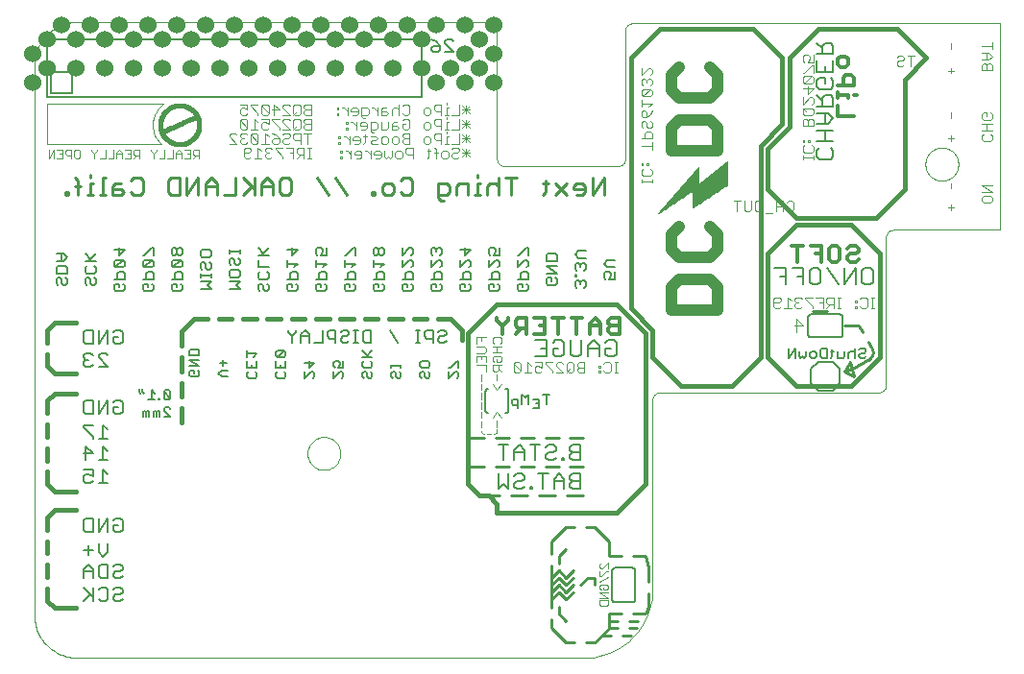
<source format=gbo>
G75*
G70*
%OFA0B0*%
%FSLAX24Y24*%
%IPPOS*%
%LPD*%
%AMOC8*
5,1,8,0,0,1.08239X$1,22.5*
%
%ADD10C,0.0060*%
%ADD11C,0.0080*%
%ADD12C,0.0030*%
%ADD13C,0.0070*%
%ADD14C,0.0050*%
%ADD15C,0.0020*%
%ADD16C,0.0040*%
%ADD17C,0.0400*%
%ADD18C,0.0140*%
%ADD19C,0.0100*%
%ADD20C,0.0160*%
%ADD21C,0.0600*%
%ADD22C,0.0180*%
%ADD23C,0.0000*%
D10*
X010630Y009804D02*
X010630Y009975D01*
X010687Y010031D01*
X010744Y009975D01*
X010744Y009804D01*
X010857Y009804D02*
X010857Y010031D01*
X010801Y010031D01*
X010744Y009975D01*
X010999Y009975D02*
X010999Y009804D01*
X011112Y009804D02*
X011112Y009975D01*
X011055Y010031D01*
X010999Y009975D01*
X011112Y009975D02*
X011169Y010031D01*
X011226Y010031D01*
X011226Y009804D01*
X011367Y009804D02*
X011594Y009804D01*
X011367Y010031D01*
X011367Y010088D01*
X011424Y010145D01*
X011537Y010145D01*
X011594Y010088D01*
X011537Y010404D02*
X011424Y010404D01*
X011367Y010461D01*
X011367Y010688D01*
X011594Y010461D01*
X011537Y010404D01*
X011594Y010461D02*
X011594Y010688D01*
X011537Y010745D01*
X011424Y010745D01*
X011367Y010688D01*
X011226Y010461D02*
X011169Y010461D01*
X011169Y010404D01*
X011226Y010404D01*
X011226Y010461D01*
X011041Y010404D02*
X010815Y010404D01*
X010928Y010404D02*
X010928Y010745D01*
X011041Y010631D01*
X010673Y010631D02*
X010616Y010688D01*
X010616Y010801D01*
X010503Y010801D02*
X010503Y010688D01*
X010560Y010631D01*
X012254Y011261D02*
X012254Y011375D01*
X012311Y011431D01*
X012424Y011431D01*
X012424Y011318D01*
X012537Y011431D02*
X012594Y011375D01*
X012594Y011261D01*
X012537Y011204D01*
X012311Y011204D01*
X012254Y011261D01*
X012254Y011573D02*
X012594Y011573D01*
X012254Y011800D01*
X012594Y011800D01*
X012594Y011941D02*
X012254Y011941D01*
X012254Y012111D01*
X012311Y012168D01*
X012537Y012168D01*
X012594Y012111D01*
X012594Y011941D01*
X013311Y011686D02*
X013537Y011686D01*
X013424Y011573D02*
X013424Y011800D01*
X013367Y011431D02*
X013254Y011318D01*
X013367Y011204D01*
X013594Y011204D01*
X013594Y011431D02*
X013367Y011431D01*
X014254Y011523D02*
X014254Y011750D01*
X014254Y011891D02*
X014254Y012118D01*
X014254Y012004D02*
X014594Y012004D01*
X014481Y011891D01*
X014594Y011750D02*
X014594Y011523D01*
X014254Y011523D01*
X014311Y011381D02*
X014254Y011325D01*
X014254Y011211D01*
X014311Y011154D01*
X014537Y011154D01*
X014594Y011211D01*
X014594Y011325D01*
X014537Y011381D01*
X014424Y011523D02*
X014424Y011636D01*
X015254Y011523D02*
X015254Y011750D01*
X015311Y011891D02*
X015537Y012118D01*
X015311Y012118D01*
X015254Y012061D01*
X015254Y011948D01*
X015311Y011891D01*
X015537Y011891D01*
X015594Y011948D01*
X015594Y012061D01*
X015537Y012118D01*
X015594Y011750D02*
X015594Y011523D01*
X015254Y011523D01*
X015311Y011381D02*
X015254Y011325D01*
X015254Y011211D01*
X015311Y011154D01*
X015537Y011154D01*
X015594Y011211D01*
X015594Y011325D01*
X015537Y011381D01*
X015424Y011523D02*
X015424Y011636D01*
X016254Y011693D02*
X016594Y011693D01*
X016424Y011523D01*
X016424Y011750D01*
X016481Y011381D02*
X016537Y011381D01*
X016594Y011325D01*
X016594Y011211D01*
X016537Y011154D01*
X016481Y011381D02*
X016254Y011154D01*
X016254Y011381D01*
X017254Y011381D02*
X017254Y011154D01*
X017481Y011381D01*
X017537Y011381D01*
X017594Y011325D01*
X017594Y011211D01*
X017537Y011154D01*
X017594Y011523D02*
X017424Y011523D01*
X017481Y011636D01*
X017481Y011693D01*
X017424Y011750D01*
X017311Y011750D01*
X017254Y011693D01*
X017254Y011579D01*
X017311Y011523D01*
X017594Y011523D02*
X017594Y011750D01*
X018254Y011693D02*
X018254Y011579D01*
X018311Y011523D01*
X018537Y011523D01*
X018594Y011579D01*
X018594Y011693D01*
X018537Y011750D01*
X018594Y011891D02*
X018254Y011891D01*
X018367Y011891D02*
X018594Y012118D01*
X018424Y011948D02*
X018254Y012118D01*
X018311Y011750D02*
X018254Y011693D01*
X018311Y011381D02*
X018254Y011325D01*
X018254Y011211D01*
X018311Y011154D01*
X018424Y011211D02*
X018424Y011325D01*
X018367Y011381D01*
X018311Y011381D01*
X018424Y011211D02*
X018481Y011154D01*
X018537Y011154D01*
X018594Y011211D01*
X018594Y011325D01*
X018537Y011381D01*
X019254Y011325D02*
X019254Y011211D01*
X019311Y011154D01*
X019424Y011211D02*
X019424Y011325D01*
X019367Y011381D01*
X019311Y011381D01*
X019254Y011325D01*
X019254Y011523D02*
X019254Y011636D01*
X019254Y011579D02*
X019594Y011579D01*
X019594Y011523D02*
X019594Y011636D01*
X019537Y011381D02*
X019594Y011325D01*
X019594Y011211D01*
X019537Y011154D01*
X019481Y011154D01*
X019424Y011211D01*
X020254Y011211D02*
X020311Y011154D01*
X020254Y011211D02*
X020254Y011325D01*
X020311Y011381D01*
X020367Y011381D01*
X020424Y011325D01*
X020424Y011211D01*
X020481Y011154D01*
X020537Y011154D01*
X020594Y011211D01*
X020594Y011325D01*
X020537Y011381D01*
X020537Y011523D02*
X020311Y011523D01*
X020254Y011579D01*
X020254Y011693D01*
X020311Y011750D01*
X020537Y011750D01*
X020594Y011693D01*
X020594Y011579D01*
X020537Y011523D01*
X021254Y011523D02*
X021311Y011523D01*
X021537Y011750D01*
X021594Y011750D01*
X021594Y011523D01*
X021537Y011381D02*
X021594Y011325D01*
X021594Y011211D01*
X021537Y011154D01*
X021537Y011381D02*
X021481Y011381D01*
X021254Y011154D01*
X021254Y011381D01*
X020954Y014176D02*
X020694Y014176D01*
X020629Y014241D01*
X020629Y014371D01*
X020694Y014436D01*
X020824Y014436D01*
X020824Y014306D01*
X020954Y014436D02*
X021019Y014371D01*
X021019Y014241D01*
X020954Y014176D01*
X021629Y014241D02*
X021629Y014371D01*
X021694Y014436D01*
X021824Y014436D01*
X021824Y014306D01*
X021954Y014436D02*
X022019Y014371D01*
X022019Y014241D01*
X021954Y014176D01*
X021694Y014176D01*
X021629Y014241D01*
X021629Y014590D02*
X022019Y014590D01*
X022019Y014785D01*
X021954Y014850D01*
X021824Y014850D01*
X021759Y014785D01*
X021759Y014590D01*
X021629Y015004D02*
X021889Y015265D01*
X021954Y015265D01*
X022019Y015200D01*
X022019Y015069D01*
X021954Y015004D01*
X021629Y015004D02*
X021629Y015265D01*
X021824Y015419D02*
X021824Y015679D01*
X021629Y015614D02*
X022019Y015614D01*
X021824Y015419D01*
X021019Y015484D02*
X021019Y015614D01*
X020954Y015679D01*
X020889Y015679D01*
X020824Y015614D01*
X020759Y015679D01*
X020694Y015679D01*
X020629Y015614D01*
X020629Y015484D01*
X020694Y015419D01*
X020629Y015265D02*
X020629Y015004D01*
X020889Y015265D01*
X020954Y015265D01*
X021019Y015200D01*
X021019Y015069D01*
X020954Y015004D01*
X020954Y014850D02*
X020824Y014850D01*
X020759Y014785D01*
X020759Y014590D01*
X020629Y014590D02*
X021019Y014590D01*
X021019Y014785D01*
X020954Y014850D01*
X020954Y015419D02*
X021019Y015484D01*
X020824Y015549D02*
X020824Y015614D01*
X020019Y015614D02*
X020019Y015484D01*
X019954Y015419D01*
X019954Y015265D02*
X019889Y015265D01*
X019629Y015004D01*
X019629Y015265D01*
X019629Y015419D02*
X019889Y015679D01*
X019954Y015679D01*
X020019Y015614D01*
X019954Y015265D02*
X020019Y015200D01*
X020019Y015069D01*
X019954Y015004D01*
X019954Y014850D02*
X019824Y014850D01*
X019759Y014785D01*
X019759Y014590D01*
X019629Y014590D02*
X020019Y014590D01*
X020019Y014785D01*
X019954Y014850D01*
X019954Y014436D02*
X020019Y014371D01*
X020019Y014241D01*
X019954Y014176D01*
X019694Y014176D01*
X019629Y014241D01*
X019629Y014371D01*
X019694Y014436D01*
X019824Y014436D01*
X019824Y014306D01*
X019019Y014371D02*
X019019Y014241D01*
X018954Y014176D01*
X018694Y014176D01*
X018629Y014241D01*
X018629Y014371D01*
X018694Y014436D01*
X018824Y014436D01*
X018824Y014306D01*
X018954Y014436D02*
X019019Y014371D01*
X019019Y014590D02*
X019019Y014785D01*
X018954Y014850D01*
X018824Y014850D01*
X018759Y014785D01*
X018759Y014590D01*
X018629Y014590D02*
X019019Y014590D01*
X018889Y015004D02*
X019019Y015135D01*
X018629Y015135D01*
X018629Y015265D02*
X018629Y015004D01*
X018694Y015419D02*
X018759Y015419D01*
X018824Y015484D01*
X018824Y015614D01*
X018759Y015679D01*
X018694Y015679D01*
X018629Y015614D01*
X018629Y015484D01*
X018694Y015419D01*
X018824Y015484D02*
X018889Y015419D01*
X018954Y015419D01*
X019019Y015484D01*
X019019Y015614D01*
X018954Y015679D01*
X018889Y015679D01*
X018824Y015614D01*
X018019Y015679D02*
X018019Y015419D01*
X018019Y015679D02*
X017954Y015679D01*
X017694Y015419D01*
X017629Y015419D01*
X017629Y015265D02*
X017629Y015004D01*
X017629Y015135D02*
X018019Y015135D01*
X017889Y015004D01*
X017824Y014850D02*
X017759Y014785D01*
X017759Y014590D01*
X017629Y014590D02*
X018019Y014590D01*
X018019Y014785D01*
X017954Y014850D01*
X017824Y014850D01*
X017824Y014436D02*
X017694Y014436D01*
X017629Y014371D01*
X017629Y014241D01*
X017694Y014176D01*
X017954Y014176D01*
X018019Y014241D01*
X018019Y014371D01*
X017954Y014436D01*
X017824Y014436D02*
X017824Y014306D01*
X017019Y014371D02*
X017019Y014241D01*
X016954Y014176D01*
X016694Y014176D01*
X016629Y014241D01*
X016629Y014371D01*
X016694Y014436D01*
X016824Y014436D01*
X016824Y014306D01*
X016954Y014436D02*
X017019Y014371D01*
X017019Y014590D02*
X016629Y014590D01*
X016759Y014590D02*
X016759Y014785D01*
X016824Y014850D01*
X016954Y014850D01*
X017019Y014785D01*
X017019Y014590D01*
X016889Y015004D02*
X017019Y015135D01*
X016629Y015135D01*
X016629Y015265D02*
X016629Y015004D01*
X016019Y015135D02*
X015629Y015135D01*
X015629Y015265D02*
X015629Y015004D01*
X015824Y014850D02*
X015759Y014785D01*
X015759Y014590D01*
X015629Y014590D02*
X016019Y014590D01*
X016019Y014785D01*
X015954Y014850D01*
X015824Y014850D01*
X015889Y015004D02*
X016019Y015135D01*
X015824Y015419D02*
X015824Y015679D01*
X015629Y015614D02*
X016019Y015614D01*
X015824Y015419D01*
X015019Y015419D02*
X014629Y015419D01*
X014759Y015419D02*
X015019Y015679D01*
X014824Y015484D02*
X014629Y015679D01*
X014629Y015265D02*
X014629Y015004D01*
X015019Y015004D01*
X014954Y014850D02*
X015019Y014785D01*
X015019Y014655D01*
X014954Y014590D01*
X014694Y014590D01*
X014629Y014655D01*
X014629Y014785D01*
X014694Y014850D01*
X014694Y014436D02*
X014629Y014371D01*
X014629Y014241D01*
X014694Y014176D01*
X014824Y014241D02*
X014824Y014371D01*
X014759Y014436D01*
X014694Y014436D01*
X014824Y014241D02*
X014889Y014176D01*
X014954Y014176D01*
X015019Y014241D01*
X015019Y014371D01*
X014954Y014436D01*
X015629Y014371D02*
X015629Y014241D01*
X015694Y014176D01*
X015954Y014176D01*
X016019Y014241D01*
X016019Y014371D01*
X015954Y014436D01*
X015824Y014436D02*
X015824Y014306D01*
X015824Y014436D02*
X015694Y014436D01*
X015629Y014371D01*
X016694Y015419D02*
X016629Y015484D01*
X016629Y015614D01*
X016694Y015679D01*
X016824Y015679D01*
X016889Y015614D01*
X016889Y015549D01*
X016824Y015419D01*
X017019Y015419D01*
X017019Y015679D01*
X019629Y015679D02*
X019629Y015419D01*
X022629Y015484D02*
X022694Y015419D01*
X022629Y015484D02*
X022629Y015614D01*
X022694Y015679D01*
X022824Y015679D01*
X022889Y015614D01*
X022889Y015549D01*
X022824Y015419D01*
X023019Y015419D01*
X023019Y015679D01*
X022954Y015265D02*
X023019Y015200D01*
X023019Y015069D01*
X022954Y015004D01*
X022954Y014850D02*
X022824Y014850D01*
X022759Y014785D01*
X022759Y014590D01*
X022629Y014590D02*
X023019Y014590D01*
X023019Y014785D01*
X022954Y014850D01*
X022629Y015004D02*
X022889Y015265D01*
X022954Y015265D01*
X022629Y015265D02*
X022629Y015004D01*
X022694Y014436D02*
X022824Y014436D01*
X022824Y014306D01*
X022694Y014436D02*
X022629Y014371D01*
X022629Y014241D01*
X022694Y014176D01*
X022954Y014176D01*
X023019Y014241D01*
X023019Y014371D01*
X022954Y014436D01*
X023629Y014371D02*
X023629Y014241D01*
X023694Y014176D01*
X023954Y014176D01*
X024019Y014241D01*
X024019Y014371D01*
X023954Y014436D01*
X023824Y014436D02*
X023824Y014306D01*
X023824Y014436D02*
X023694Y014436D01*
X023629Y014371D01*
X023629Y014590D02*
X024019Y014590D01*
X024019Y014785D01*
X023954Y014850D01*
X023824Y014850D01*
X023759Y014785D01*
X023759Y014590D01*
X023629Y015004D02*
X023889Y015265D01*
X023954Y015265D01*
X024019Y015200D01*
X024019Y015069D01*
X023954Y015004D01*
X023629Y015004D02*
X023629Y015265D01*
X023629Y015419D02*
X023694Y015419D01*
X023954Y015679D01*
X024019Y015679D01*
X024019Y015419D01*
X024629Y015407D02*
X024629Y015212D01*
X025019Y015212D01*
X025019Y015407D01*
X024954Y015472D01*
X024694Y015472D01*
X024629Y015407D01*
X024629Y015057D02*
X025019Y015057D01*
X025019Y014797D02*
X024629Y014797D01*
X024694Y014643D02*
X024824Y014643D01*
X024824Y014513D01*
X024694Y014643D02*
X024629Y014578D01*
X024629Y014448D01*
X024694Y014383D01*
X024954Y014383D01*
X025019Y014448D01*
X025019Y014578D01*
X024954Y014643D01*
X025019Y014797D02*
X024629Y015057D01*
X025629Y015096D02*
X025629Y014966D01*
X025694Y014901D01*
X025694Y014759D02*
X025629Y014759D01*
X025629Y014694D01*
X025694Y014694D01*
X025694Y014759D01*
X025694Y014540D02*
X025629Y014474D01*
X025629Y014344D01*
X025694Y014279D01*
X025824Y014409D02*
X025824Y014474D01*
X025759Y014540D01*
X025694Y014540D01*
X025824Y014474D02*
X025889Y014540D01*
X025954Y014540D01*
X026019Y014474D01*
X026019Y014344D01*
X025954Y014279D01*
X026629Y014655D02*
X026694Y014590D01*
X026629Y014655D02*
X026629Y014785D01*
X026694Y014850D01*
X026824Y014850D01*
X026889Y014785D01*
X026889Y014720D01*
X026824Y014590D01*
X027019Y014590D01*
X027019Y014850D01*
X027019Y015004D02*
X026759Y015004D01*
X026629Y015135D01*
X026759Y015265D01*
X027019Y015265D01*
X026019Y015315D02*
X025759Y015315D01*
X025629Y015445D01*
X025759Y015575D01*
X026019Y015575D01*
X025954Y015161D02*
X025889Y015161D01*
X025824Y015096D01*
X025759Y015161D01*
X025694Y015161D01*
X025629Y015096D01*
X025824Y015096D02*
X025824Y015031D01*
X025954Y015161D02*
X026019Y015096D01*
X026019Y014966D01*
X025954Y014901D01*
X033724Y013274D02*
X033724Y012674D01*
X033726Y012657D01*
X033730Y012640D01*
X033737Y012624D01*
X033747Y012610D01*
X033760Y012597D01*
X033774Y012587D01*
X033790Y012580D01*
X033807Y012576D01*
X033824Y012574D01*
X034824Y012574D01*
X034841Y012576D01*
X034858Y012580D01*
X034874Y012587D01*
X034888Y012597D01*
X034901Y012610D01*
X034911Y012624D01*
X034918Y012640D01*
X034922Y012657D01*
X034924Y012674D01*
X034924Y013274D01*
X034922Y013291D01*
X034918Y013308D01*
X034911Y013324D01*
X034901Y013338D01*
X034888Y013351D01*
X034874Y013361D01*
X034858Y013368D01*
X034841Y013372D01*
X034824Y013374D01*
X033824Y013374D01*
X033807Y013372D01*
X033790Y013368D01*
X033774Y013361D01*
X033760Y013351D01*
X033747Y013338D01*
X033737Y013324D01*
X033730Y013308D01*
X033726Y013291D01*
X033724Y013274D01*
X027624Y004574D02*
X027024Y004574D01*
X027007Y004572D01*
X026990Y004568D01*
X026974Y004561D01*
X026960Y004551D01*
X026947Y004538D01*
X026937Y004524D01*
X026930Y004508D01*
X026926Y004491D01*
X026924Y004474D01*
X026924Y003474D01*
X026926Y003457D01*
X026930Y003440D01*
X026937Y003424D01*
X026947Y003410D01*
X026960Y003397D01*
X026974Y003387D01*
X026990Y003380D01*
X027007Y003376D01*
X027024Y003374D01*
X027624Y003374D01*
X027641Y003376D01*
X027658Y003380D01*
X027674Y003387D01*
X027688Y003397D01*
X027701Y003410D01*
X027711Y003424D01*
X027718Y003440D01*
X027722Y003457D01*
X027724Y003474D01*
X027724Y004474D01*
X027722Y004491D01*
X027718Y004508D01*
X027711Y004524D01*
X027701Y004538D01*
X027688Y004551D01*
X027674Y004561D01*
X027658Y004568D01*
X027641Y004572D01*
X027624Y004574D01*
X014019Y014245D02*
X013629Y014245D01*
X013629Y014505D02*
X014019Y014505D01*
X013889Y014375D01*
X014019Y014245D01*
X013954Y014659D02*
X013694Y014659D01*
X013629Y014724D01*
X013629Y014854D01*
X013694Y014919D01*
X013954Y014919D01*
X014019Y014854D01*
X014019Y014724D01*
X013954Y014659D01*
X013954Y015073D02*
X013889Y015073D01*
X013824Y015139D01*
X013824Y015269D01*
X013759Y015334D01*
X013694Y015334D01*
X013629Y015269D01*
X013629Y015139D01*
X013694Y015073D01*
X013954Y015073D02*
X014019Y015139D01*
X014019Y015269D01*
X013954Y015334D01*
X014019Y015488D02*
X014019Y015618D01*
X014019Y015553D02*
X013629Y015553D01*
X013629Y015488D02*
X013629Y015618D01*
X013019Y015545D02*
X012954Y015610D01*
X012694Y015610D01*
X012629Y015545D01*
X012629Y015415D01*
X012694Y015350D01*
X012954Y015350D01*
X013019Y015415D01*
X013019Y015545D01*
X012954Y015196D02*
X013019Y015131D01*
X013019Y015000D01*
X012954Y014935D01*
X012889Y014935D01*
X012824Y015000D01*
X012824Y015131D01*
X012759Y015196D01*
X012694Y015196D01*
X012629Y015131D01*
X012629Y015000D01*
X012694Y014935D01*
X012629Y014789D02*
X012629Y014659D01*
X012629Y014724D02*
X013019Y014724D01*
X013019Y014659D02*
X013019Y014789D01*
X013019Y014505D02*
X012629Y014505D01*
X012629Y014245D02*
X013019Y014245D01*
X012889Y014375D01*
X013019Y014505D01*
X012019Y014590D02*
X012019Y014785D01*
X011954Y014850D01*
X011824Y014850D01*
X011759Y014785D01*
X011759Y014590D01*
X011629Y014590D02*
X012019Y014590D01*
X011954Y014436D02*
X012019Y014371D01*
X012019Y014241D01*
X011954Y014176D01*
X011694Y014176D01*
X011629Y014241D01*
X011629Y014371D01*
X011694Y014436D01*
X011824Y014436D01*
X011824Y014306D01*
X011694Y015004D02*
X011954Y015265D01*
X011694Y015265D01*
X011629Y015200D01*
X011629Y015069D01*
X011694Y015004D01*
X011954Y015004D01*
X012019Y015069D01*
X012019Y015200D01*
X011954Y015265D01*
X011954Y015419D02*
X011889Y015419D01*
X011824Y015484D01*
X011824Y015614D01*
X011759Y015679D01*
X011694Y015679D01*
X011629Y015614D01*
X011629Y015484D01*
X011694Y015419D01*
X011759Y015419D01*
X011824Y015484D01*
X011824Y015614D02*
X011889Y015679D01*
X011954Y015679D01*
X012019Y015614D01*
X012019Y015484D01*
X011954Y015419D01*
X011019Y015419D02*
X011019Y015679D01*
X010954Y015679D01*
X010694Y015419D01*
X010629Y015419D01*
X010694Y015265D02*
X010629Y015200D01*
X010629Y015069D01*
X010694Y015004D01*
X010954Y015265D01*
X010694Y015265D01*
X010954Y015265D02*
X011019Y015200D01*
X011019Y015069D01*
X010954Y015004D01*
X010694Y015004D01*
X010824Y014850D02*
X010759Y014785D01*
X010759Y014590D01*
X010629Y014590D02*
X011019Y014590D01*
X011019Y014785D01*
X010954Y014850D01*
X010824Y014850D01*
X010824Y014436D02*
X010824Y014306D01*
X010824Y014436D02*
X010694Y014436D01*
X010629Y014371D01*
X010629Y014241D01*
X010694Y014176D01*
X010954Y014176D01*
X011019Y014241D01*
X011019Y014371D01*
X010954Y014436D01*
X010019Y014371D02*
X010019Y014241D01*
X009954Y014176D01*
X009694Y014176D01*
X009629Y014241D01*
X009629Y014371D01*
X009694Y014436D01*
X009824Y014436D01*
X009824Y014306D01*
X009954Y014436D02*
X010019Y014371D01*
X010019Y014590D02*
X009629Y014590D01*
X009759Y014590D02*
X009759Y014785D01*
X009824Y014850D01*
X009954Y014850D01*
X010019Y014785D01*
X010019Y014590D01*
X009954Y015004D02*
X009694Y015004D01*
X009954Y015265D01*
X009694Y015265D01*
X009629Y015200D01*
X009629Y015069D01*
X009694Y015004D01*
X009954Y015004D02*
X010019Y015069D01*
X010019Y015200D01*
X009954Y015265D01*
X009824Y015419D02*
X009824Y015679D01*
X009629Y015614D02*
X010019Y015614D01*
X009824Y015419D01*
X009019Y015472D02*
X008759Y015212D01*
X008824Y015277D02*
X008629Y015472D01*
X008629Y015212D02*
X009019Y015212D01*
X008954Y015057D02*
X009019Y014992D01*
X009019Y014862D01*
X008954Y014797D01*
X008694Y014797D01*
X008629Y014862D01*
X008629Y014992D01*
X008694Y015057D01*
X008694Y014643D02*
X008629Y014578D01*
X008629Y014448D01*
X008694Y014383D01*
X008824Y014448D02*
X008824Y014578D01*
X008759Y014643D01*
X008694Y014643D01*
X008824Y014448D02*
X008889Y014383D01*
X008954Y014383D01*
X009019Y014448D01*
X009019Y014578D01*
X008954Y014643D01*
X008019Y014578D02*
X008019Y014448D01*
X007954Y014383D01*
X007889Y014383D01*
X007824Y014448D01*
X007824Y014578D01*
X007759Y014643D01*
X007694Y014643D01*
X007629Y014578D01*
X007629Y014448D01*
X007694Y014383D01*
X007954Y014643D02*
X008019Y014578D01*
X008019Y014797D02*
X008019Y014992D01*
X007954Y015057D01*
X007694Y015057D01*
X007629Y014992D01*
X007629Y014797D01*
X008019Y014797D01*
X007889Y015212D02*
X008019Y015342D01*
X007889Y015472D01*
X007629Y015472D01*
X007824Y015472D02*
X007824Y015212D01*
X007889Y015212D02*
X007629Y015212D01*
D11*
X008659Y012835D02*
X008900Y012835D01*
X008900Y012354D01*
X008659Y012354D01*
X008579Y012434D01*
X008579Y012755D01*
X008659Y012835D01*
X009095Y012835D02*
X009095Y012354D01*
X009415Y012835D01*
X009415Y012354D01*
X009611Y012434D02*
X009691Y012354D01*
X009851Y012354D01*
X009931Y012434D01*
X009931Y012755D01*
X009851Y012835D01*
X009691Y012835D01*
X009611Y012755D01*
X009611Y012595D02*
X009771Y012595D01*
X009611Y012595D02*
X009611Y012434D01*
X009335Y012035D02*
X009175Y012035D01*
X009095Y011955D01*
X009095Y011875D01*
X009415Y011554D01*
X009095Y011554D01*
X008900Y011634D02*
X008819Y011554D01*
X008659Y011554D01*
X008579Y011634D01*
X008579Y011715D01*
X008659Y011795D01*
X008739Y011795D01*
X008659Y011795D02*
X008579Y011875D01*
X008579Y011955D01*
X008659Y012035D01*
X008819Y012035D01*
X008900Y011955D01*
X009335Y012035D02*
X009415Y011955D01*
X009415Y010385D02*
X009095Y009904D01*
X009095Y010385D01*
X008900Y010385D02*
X008659Y010385D01*
X008579Y010305D01*
X008579Y009984D01*
X008659Y009904D01*
X008900Y009904D01*
X008900Y010385D01*
X009415Y010385D02*
X009415Y009904D01*
X009611Y009984D02*
X009691Y009904D01*
X009851Y009904D01*
X009931Y009984D01*
X009931Y010305D01*
X009851Y010385D01*
X009691Y010385D01*
X009611Y010305D01*
X009611Y010145D02*
X009771Y010145D01*
X009611Y010145D02*
X009611Y009984D01*
X009255Y009535D02*
X009255Y009054D01*
X009415Y009054D02*
X009095Y009054D01*
X008900Y009054D02*
X008900Y009134D01*
X008579Y009455D01*
X008579Y009535D01*
X008900Y009535D01*
X009255Y009535D02*
X009415Y009375D01*
X009255Y008785D02*
X009255Y008304D01*
X009415Y008304D02*
X009095Y008304D01*
X008900Y008545D02*
X008579Y008545D01*
X008659Y008785D02*
X008659Y008304D01*
X008579Y007985D02*
X008900Y007985D01*
X008900Y007745D01*
X008739Y007825D01*
X008659Y007825D01*
X008579Y007745D01*
X008579Y007584D01*
X008659Y007504D01*
X008819Y007504D01*
X008900Y007584D01*
X009095Y007504D02*
X009415Y007504D01*
X009255Y007504D02*
X009255Y007985D01*
X009415Y007825D01*
X008900Y008545D02*
X008659Y008785D01*
X009255Y008785D02*
X009415Y008625D01*
X009415Y006285D02*
X009095Y005804D01*
X009095Y006285D01*
X008900Y006285D02*
X008659Y006285D01*
X008579Y006205D01*
X008579Y005884D01*
X008659Y005804D01*
X008900Y005804D01*
X008900Y006285D01*
X009415Y006285D02*
X009415Y005804D01*
X009611Y005884D02*
X009611Y006045D01*
X009771Y006045D01*
X009931Y006205D02*
X009931Y005884D01*
X009851Y005804D01*
X009691Y005804D01*
X009611Y005884D01*
X009415Y005435D02*
X009415Y005115D01*
X009255Y004954D01*
X009095Y005115D01*
X009095Y005435D01*
X008900Y005195D02*
X008579Y005195D01*
X008739Y005355D02*
X008739Y005034D01*
X008739Y004685D02*
X008579Y004525D01*
X008579Y004204D01*
X008579Y004445D02*
X008900Y004445D01*
X008900Y004525D02*
X008739Y004685D01*
X008900Y004525D02*
X008900Y004204D01*
X009095Y004284D02*
X009095Y004605D01*
X009175Y004685D01*
X009415Y004685D01*
X009415Y004204D01*
X009175Y004204D01*
X009095Y004284D01*
X009175Y003885D02*
X009335Y003885D01*
X009415Y003805D01*
X009415Y003484D01*
X009335Y003404D01*
X009175Y003404D01*
X009095Y003484D01*
X008900Y003404D02*
X008900Y003885D01*
X009095Y003805D02*
X009175Y003885D01*
X008900Y003565D02*
X008579Y003885D01*
X008819Y003645D02*
X008579Y003404D01*
X009611Y003484D02*
X009691Y003404D01*
X009851Y003404D01*
X009931Y003484D01*
X009851Y003645D02*
X009691Y003645D01*
X009611Y003565D01*
X009611Y003484D01*
X009851Y003645D02*
X009931Y003725D01*
X009931Y003805D01*
X009851Y003885D01*
X009691Y003885D01*
X009611Y003805D01*
X009691Y004204D02*
X009851Y004204D01*
X009931Y004284D01*
X009851Y004445D02*
X009691Y004445D01*
X009611Y004365D01*
X009611Y004284D01*
X009691Y004204D01*
X009851Y004445D02*
X009931Y004525D01*
X009931Y004605D01*
X009851Y004685D01*
X009691Y004685D01*
X009611Y004605D01*
X009611Y006205D02*
X009691Y006285D01*
X009851Y006285D01*
X009931Y006205D01*
X015806Y012394D02*
X015806Y012605D01*
X015666Y012745D01*
X015666Y012815D01*
X015806Y012605D02*
X015946Y012745D01*
X015946Y012815D01*
X016126Y012675D02*
X016126Y012394D01*
X016126Y012605D02*
X016407Y012605D01*
X016407Y012675D02*
X016407Y012394D01*
X016587Y012394D02*
X016867Y012394D01*
X016867Y012815D01*
X017047Y012745D02*
X017047Y012605D01*
X017117Y012535D01*
X017327Y012535D01*
X017327Y012394D02*
X017327Y012815D01*
X017117Y012815D01*
X017047Y012745D01*
X017507Y012745D02*
X017578Y012815D01*
X017718Y012815D01*
X017788Y012745D01*
X017788Y012675D01*
X017718Y012605D01*
X017578Y012605D01*
X017507Y012535D01*
X017507Y012464D01*
X017578Y012394D01*
X017718Y012394D01*
X017788Y012464D01*
X017955Y012394D02*
X018095Y012394D01*
X018025Y012394D02*
X018025Y012815D01*
X018095Y012815D02*
X017955Y012815D01*
X018275Y012745D02*
X018275Y012464D01*
X018345Y012394D01*
X018555Y012394D01*
X018555Y012815D01*
X018345Y012815D01*
X018275Y012745D01*
X019196Y012815D02*
X019476Y012394D01*
X020103Y012394D02*
X020243Y012394D01*
X020173Y012394D02*
X020173Y012815D01*
X020243Y012815D02*
X020103Y012815D01*
X020423Y012745D02*
X020423Y012605D01*
X020493Y012535D01*
X020704Y012535D01*
X020704Y012394D02*
X020704Y012815D01*
X020493Y012815D01*
X020423Y012745D01*
X020884Y012745D02*
X020954Y012815D01*
X021094Y012815D01*
X021164Y012745D01*
X021164Y012675D01*
X021094Y012605D01*
X020954Y012605D01*
X020884Y012535D01*
X020884Y012464D01*
X020954Y012394D01*
X021094Y012394D01*
X021164Y012464D01*
X022524Y010699D02*
X022524Y010049D01*
X022526Y010032D01*
X022530Y010015D01*
X022537Y009999D01*
X022547Y009985D01*
X022560Y009972D01*
X022574Y009962D01*
X022590Y009955D01*
X022607Y009951D01*
X022624Y009949D01*
X023224Y009949D02*
X023241Y009951D01*
X023258Y009955D01*
X023274Y009962D01*
X023288Y009972D01*
X023301Y009985D01*
X023311Y009999D01*
X023318Y010015D01*
X023322Y010032D01*
X023324Y010049D01*
X023324Y010699D01*
X023322Y010716D01*
X023318Y010733D01*
X023311Y010749D01*
X023301Y010763D01*
X023288Y010776D01*
X023274Y010786D01*
X023258Y010793D01*
X023241Y010797D01*
X023224Y010799D01*
X023789Y010585D02*
X023789Y010264D01*
X023652Y010221D02*
X023492Y010221D01*
X023439Y010275D01*
X023439Y010381D01*
X023492Y010435D01*
X023652Y010435D01*
X023652Y010114D01*
X024002Y010264D02*
X024002Y010585D01*
X023895Y010478D01*
X023789Y010585D01*
X024175Y010435D02*
X024389Y010435D01*
X024389Y010114D01*
X024175Y010114D01*
X024282Y010275D02*
X024389Y010275D01*
X024632Y010264D02*
X024632Y010585D01*
X024739Y010585D02*
X024525Y010585D01*
X022624Y010799D02*
X022607Y010797D01*
X022590Y010793D01*
X022574Y010786D01*
X022560Y010776D01*
X022547Y010763D01*
X022537Y010749D01*
X022530Y010733D01*
X022526Y010716D01*
X022524Y010699D01*
X024255Y011904D02*
X024642Y011904D01*
X024642Y012485D01*
X024255Y012485D01*
X024448Y012195D02*
X024642Y012195D01*
X024862Y012195D02*
X024862Y012001D01*
X024959Y011904D01*
X025153Y011904D01*
X025249Y012001D01*
X025249Y012388D01*
X025153Y012485D01*
X024959Y012485D01*
X024862Y012388D01*
X024862Y012195D02*
X025056Y012195D01*
X025470Y012001D02*
X025470Y012485D01*
X025857Y012485D02*
X025857Y012001D01*
X025760Y011904D01*
X025567Y011904D01*
X025470Y012001D01*
X026078Y011904D02*
X026078Y012291D01*
X026271Y012485D01*
X026465Y012291D01*
X026465Y011904D01*
X026686Y012001D02*
X026686Y012195D01*
X026879Y012195D01*
X026686Y012388D02*
X026782Y012485D01*
X026976Y012485D01*
X027073Y012388D01*
X027073Y012001D01*
X026976Y011904D01*
X026782Y011904D01*
X026686Y012001D01*
X026465Y012195D02*
X026078Y012195D01*
X032555Y014985D02*
X032942Y014985D01*
X032942Y014404D01*
X032942Y014695D02*
X032748Y014695D01*
X033162Y014985D02*
X033549Y014985D01*
X033549Y014404D01*
X033770Y014501D02*
X033770Y014888D01*
X033867Y014985D01*
X034060Y014985D01*
X034157Y014888D01*
X034157Y014501D01*
X034060Y014404D01*
X033867Y014404D01*
X033770Y014501D01*
X033549Y014695D02*
X033356Y014695D01*
X034378Y014985D02*
X034765Y014404D01*
X034986Y014404D02*
X034986Y014985D01*
X035373Y014985D02*
X034986Y014404D01*
X035373Y014404D02*
X035373Y014985D01*
X035593Y014888D02*
X035690Y014985D01*
X035883Y014985D01*
X035980Y014888D01*
X035980Y014501D01*
X035883Y014404D01*
X035690Y014404D01*
X035593Y014501D01*
X035593Y014888D01*
X034498Y018764D02*
X034111Y018764D01*
X034014Y018861D01*
X034014Y019055D01*
X034111Y019151D01*
X034014Y019372D02*
X034594Y019372D01*
X034498Y019151D02*
X034594Y019055D01*
X034594Y018861D01*
X034498Y018764D01*
X034304Y019372D02*
X034304Y019759D01*
X034304Y019980D02*
X034304Y020367D01*
X034401Y020367D02*
X034014Y020367D01*
X034014Y020588D02*
X034594Y020588D01*
X034594Y020878D01*
X034498Y020975D01*
X034304Y020975D01*
X034207Y020878D01*
X034207Y020588D01*
X034207Y020781D02*
X034014Y020975D01*
X034111Y021195D02*
X034014Y021292D01*
X034014Y021486D01*
X034111Y021582D01*
X034304Y021582D01*
X034304Y021389D01*
X034498Y021582D02*
X034594Y021486D01*
X034594Y021292D01*
X034498Y021195D01*
X034111Y021195D01*
X034014Y021803D02*
X034014Y022190D01*
X034014Y022411D02*
X034594Y022411D01*
X034594Y022701D01*
X034498Y022798D01*
X034304Y022798D01*
X034207Y022701D01*
X034207Y022411D01*
X034207Y022604D02*
X034014Y022798D01*
X034594Y022190D02*
X034594Y021803D01*
X034014Y021803D01*
X034304Y021803D02*
X034304Y021997D01*
X034401Y020367D02*
X034594Y020173D01*
X034401Y019980D01*
X034014Y019980D01*
X034014Y019759D02*
X034594Y019759D01*
X016407Y012675D02*
X016266Y012815D01*
X016126Y012675D01*
D12*
X022214Y012571D02*
X022214Y012357D01*
X022214Y012249D02*
X022481Y012249D01*
X022534Y012195D01*
X022534Y012088D01*
X022481Y012035D01*
X022214Y012035D01*
X022214Y011926D02*
X022534Y011926D01*
X022534Y011713D01*
X022534Y011604D02*
X022534Y011390D01*
X022374Y011282D02*
X022374Y011068D01*
X022374Y010959D02*
X022374Y010746D01*
X022374Y010637D02*
X022374Y010424D01*
X022374Y010315D02*
X022374Y010101D01*
X022374Y009993D02*
X022374Y009779D01*
X022374Y009670D02*
X022374Y009457D01*
X022374Y009324D02*
X022376Y009307D01*
X022380Y009290D01*
X022387Y009274D01*
X022397Y009260D01*
X022410Y009247D01*
X022424Y009237D01*
X022440Y009230D01*
X022457Y009226D01*
X022474Y009224D01*
X022574Y009224D02*
X022724Y009224D01*
X022824Y009224D02*
X022841Y009226D01*
X022858Y009230D01*
X022874Y009237D01*
X022888Y009247D01*
X022901Y009260D01*
X022911Y009274D01*
X022918Y009290D01*
X022922Y009307D01*
X022924Y009324D01*
X022924Y009374D01*
X022924Y009467D02*
X022924Y009681D01*
X022764Y009789D02*
X022924Y010003D01*
X023084Y009789D01*
X022924Y010751D02*
X023084Y010965D01*
X022924Y011074D02*
X022924Y011287D01*
X022924Y011396D02*
X022977Y011449D01*
X022977Y011609D01*
X022977Y011503D02*
X023084Y011396D01*
X022924Y011396D02*
X022817Y011396D01*
X022764Y011449D01*
X022764Y011609D01*
X023084Y011609D01*
X023031Y011718D02*
X023084Y011772D01*
X023084Y011878D01*
X023031Y011932D01*
X022817Y011932D01*
X022764Y011878D01*
X022764Y011772D01*
X022817Y011718D01*
X022924Y011718D02*
X022924Y011825D01*
X022924Y011718D02*
X023031Y011718D01*
X023084Y012040D02*
X022764Y012040D01*
X022924Y012040D02*
X022924Y012254D01*
X023031Y012363D02*
X023084Y012416D01*
X023084Y012523D01*
X023031Y012576D01*
X022817Y012576D01*
X022764Y012523D01*
X022764Y012416D01*
X022817Y012363D01*
X022764Y012254D02*
X023084Y012254D01*
X022534Y012571D02*
X022214Y012571D01*
X022374Y012571D02*
X022374Y012464D01*
X022374Y011926D02*
X022374Y011819D01*
X022214Y011713D02*
X022214Y011926D01*
X022214Y011604D02*
X022534Y011604D01*
X022764Y010965D02*
X022924Y010751D01*
X023558Y011349D02*
X023681Y011349D01*
X023743Y011411D01*
X023496Y011658D01*
X023496Y011411D01*
X023558Y011349D01*
X023743Y011411D02*
X023743Y011658D01*
X023681Y011720D01*
X023558Y011720D01*
X023496Y011658D01*
X023864Y011349D02*
X024111Y011349D01*
X023988Y011349D02*
X023988Y011720D01*
X024111Y011596D01*
X024232Y011535D02*
X024294Y011596D01*
X024356Y011596D01*
X024479Y011535D01*
X024479Y011720D01*
X024232Y011720D01*
X024232Y011535D02*
X024232Y011411D01*
X024294Y011349D01*
X024418Y011349D01*
X024479Y011411D01*
X024601Y011658D02*
X024848Y011411D01*
X024848Y011349D01*
X024969Y011349D02*
X025216Y011349D01*
X024969Y011596D01*
X024969Y011658D01*
X025031Y011720D01*
X025154Y011720D01*
X025216Y011658D01*
X025337Y011658D02*
X025337Y011411D01*
X025399Y011349D01*
X025523Y011349D01*
X025584Y011411D01*
X025584Y011658D01*
X025523Y011720D01*
X025399Y011720D01*
X025337Y011658D01*
X025461Y011473D02*
X025337Y011349D01*
X025706Y011411D02*
X025767Y011349D01*
X025953Y011349D01*
X025953Y011720D01*
X025767Y011720D01*
X025706Y011658D01*
X025706Y011596D01*
X025767Y011535D01*
X025953Y011535D01*
X025767Y011535D02*
X025706Y011473D01*
X025706Y011411D01*
X026443Y011411D02*
X026443Y011349D01*
X026505Y011349D01*
X026505Y011411D01*
X026443Y011411D01*
X026443Y011535D02*
X026505Y011535D01*
X026505Y011596D01*
X026443Y011596D01*
X026443Y011535D01*
X026626Y011658D02*
X026688Y011720D01*
X026812Y011720D01*
X026873Y011658D01*
X026873Y011411D01*
X026812Y011349D01*
X026688Y011349D01*
X026626Y011411D01*
X026995Y011349D02*
X027119Y011349D01*
X027057Y011349D02*
X027057Y011720D01*
X027119Y011720D02*
X026995Y011720D01*
X024848Y011720D02*
X024601Y011720D01*
X024601Y011658D01*
X032519Y013661D02*
X032519Y013908D01*
X032580Y013970D01*
X032704Y013970D01*
X032765Y013908D01*
X032765Y013846D01*
X032704Y013785D01*
X032519Y013785D01*
X032519Y013661D02*
X032580Y013599D01*
X032704Y013599D01*
X032765Y013661D01*
X032887Y013599D02*
X033134Y013599D01*
X033010Y013599D02*
X033010Y013970D01*
X033134Y013846D01*
X033255Y013846D02*
X033317Y013785D01*
X033255Y013723D01*
X033255Y013661D01*
X033317Y013599D01*
X033440Y013599D01*
X033502Y013661D01*
X033379Y013785D02*
X033317Y013785D01*
X033255Y013846D02*
X033255Y013908D01*
X033317Y013970D01*
X033440Y013970D01*
X033502Y013908D01*
X033624Y013908D02*
X033870Y013661D01*
X033870Y013599D01*
X034115Y013785D02*
X034239Y013785D01*
X034360Y013785D02*
X034422Y013723D01*
X034607Y013723D01*
X034484Y013723D02*
X034360Y013599D01*
X034239Y013599D02*
X034239Y013970D01*
X033992Y013970D01*
X033870Y013970D02*
X033624Y013970D01*
X033624Y013908D01*
X034360Y013908D02*
X034360Y013785D01*
X034360Y013908D02*
X034422Y013970D01*
X034607Y013970D01*
X034607Y013599D01*
X034729Y013599D02*
X034853Y013599D01*
X034791Y013599D02*
X034791Y013970D01*
X034853Y013970D02*
X034729Y013970D01*
X035343Y013846D02*
X035343Y013785D01*
X035405Y013785D01*
X035405Y013846D01*
X035343Y013846D01*
X035343Y013661D02*
X035343Y013599D01*
X035405Y013599D01*
X035405Y013661D01*
X035343Y013661D01*
X035526Y013661D02*
X035588Y013599D01*
X035712Y013599D01*
X035773Y013661D01*
X035773Y013908D01*
X035712Y013970D01*
X035588Y013970D01*
X035526Y013908D01*
X035895Y013970D02*
X036019Y013970D01*
X035957Y013970D02*
X035957Y013599D01*
X036019Y013599D02*
X035895Y013599D01*
X038684Y016989D02*
X038684Y017183D01*
X038781Y017086D02*
X038587Y017086D01*
X038684Y017739D02*
X038684Y017933D01*
X038684Y019389D02*
X038684Y019583D01*
X038781Y019486D02*
X038587Y019486D01*
X038684Y020189D02*
X038684Y020383D01*
X038684Y021739D02*
X038684Y021933D01*
X038781Y021836D02*
X038587Y021836D01*
X038684Y022589D02*
X038684Y022783D01*
X033899Y022378D02*
X033899Y022131D01*
X033714Y022131D01*
X033776Y022255D01*
X033776Y022316D01*
X033714Y022378D01*
X033591Y022378D01*
X033529Y022316D01*
X033529Y022193D01*
X033591Y022131D01*
X033838Y022010D02*
X033591Y021763D01*
X033529Y021763D01*
X033591Y021641D02*
X033529Y021580D01*
X033529Y021456D01*
X033591Y021394D01*
X033838Y021641D01*
X033591Y021641D01*
X033838Y021641D02*
X033899Y021580D01*
X033899Y021456D01*
X033838Y021394D01*
X033591Y021394D01*
X033714Y021273D02*
X033714Y021026D01*
X033899Y021211D01*
X033529Y021211D01*
X033529Y020905D02*
X033529Y020658D01*
X033776Y020905D01*
X033838Y020905D01*
X033899Y020843D01*
X033899Y020720D01*
X033838Y020658D01*
X033838Y020536D02*
X033591Y020536D01*
X033529Y020475D01*
X033529Y020351D01*
X033591Y020290D01*
X033838Y020290D01*
X033899Y020351D01*
X033899Y020475D01*
X033838Y020536D01*
X033652Y020413D02*
X033529Y020536D01*
X033591Y020168D02*
X033529Y020106D01*
X033529Y019921D01*
X033899Y019921D01*
X033899Y020106D01*
X033838Y020168D01*
X033776Y020168D01*
X033714Y020106D01*
X033714Y019921D01*
X033714Y020106D02*
X033652Y020168D01*
X033591Y020168D01*
X033591Y019430D02*
X033529Y019430D01*
X033529Y019369D01*
X033591Y019369D01*
X033591Y019430D01*
X033714Y019430D02*
X033714Y019369D01*
X033776Y019369D01*
X033776Y019430D01*
X033714Y019430D01*
X033591Y019247D02*
X033529Y019186D01*
X033529Y019062D01*
X033591Y019000D01*
X033838Y019000D01*
X033899Y019062D01*
X033899Y019186D01*
X033838Y019247D01*
X033899Y018878D02*
X033899Y018755D01*
X033899Y018817D02*
X033529Y018817D01*
X033529Y018878D02*
X033529Y018755D01*
X030924Y018674D02*
X030924Y017874D01*
X029724Y017074D01*
X029724Y017674D01*
X028524Y016874D01*
X029924Y018474D01*
X029924Y017874D01*
X030924Y018674D01*
X030924Y018660D02*
X030906Y018660D01*
X030924Y018632D02*
X030870Y018632D01*
X030835Y018603D02*
X030924Y018603D01*
X030924Y018575D02*
X030799Y018575D01*
X030763Y018546D02*
X030924Y018546D01*
X030924Y018518D02*
X030728Y018518D01*
X030692Y018489D02*
X030924Y018489D01*
X030924Y018461D02*
X030657Y018461D01*
X030621Y018432D02*
X030924Y018432D01*
X030924Y018404D02*
X030585Y018404D01*
X030550Y018375D02*
X030924Y018375D01*
X030924Y018347D02*
X030514Y018347D01*
X030478Y018318D02*
X030924Y018318D01*
X030924Y018290D02*
X030443Y018290D01*
X030407Y018261D02*
X030924Y018261D01*
X030924Y018233D02*
X030372Y018233D01*
X030336Y018204D02*
X030924Y018204D01*
X030924Y018176D02*
X030300Y018176D01*
X030265Y018147D02*
X030924Y018147D01*
X030924Y018119D02*
X030229Y018119D01*
X030193Y018090D02*
X030924Y018090D01*
X030924Y018062D02*
X030158Y018062D01*
X030122Y018033D02*
X030924Y018033D01*
X030924Y018005D02*
X030087Y018005D01*
X030051Y017976D02*
X030924Y017976D01*
X030924Y017948D02*
X030015Y017948D01*
X029980Y017919D02*
X030924Y017919D01*
X030924Y017891D02*
X029944Y017891D01*
X029924Y017891D02*
X029413Y017891D01*
X029438Y017919D02*
X029924Y017919D01*
X029924Y017948D02*
X029463Y017948D01*
X029488Y017976D02*
X029924Y017976D01*
X029924Y018005D02*
X029513Y018005D01*
X029538Y018033D02*
X029924Y018033D01*
X029924Y018062D02*
X029563Y018062D01*
X029588Y018090D02*
X029924Y018090D01*
X029924Y018119D02*
X029613Y018119D01*
X029637Y018147D02*
X029924Y018147D01*
X029924Y018176D02*
X029662Y018176D01*
X029687Y018204D02*
X029924Y018204D01*
X029924Y018233D02*
X029712Y018233D01*
X029737Y018261D02*
X029924Y018261D01*
X029924Y018290D02*
X029762Y018290D01*
X029787Y018318D02*
X029924Y018318D01*
X029924Y018347D02*
X029812Y018347D01*
X029837Y018375D02*
X029924Y018375D01*
X029924Y018404D02*
X029862Y018404D01*
X029887Y018432D02*
X029924Y018432D01*
X029924Y018461D02*
X029912Y018461D01*
X029388Y017862D02*
X030905Y017862D01*
X030863Y017834D02*
X029363Y017834D01*
X029338Y017805D02*
X030820Y017805D01*
X030777Y017777D02*
X029313Y017777D01*
X029288Y017748D02*
X030734Y017748D01*
X030692Y017720D02*
X029263Y017720D01*
X029238Y017691D02*
X030649Y017691D01*
X030606Y017663D02*
X029724Y017663D01*
X029706Y017663D02*
X029214Y017663D01*
X029189Y017634D02*
X029663Y017634D01*
X029621Y017606D02*
X029164Y017606D01*
X029139Y017577D02*
X029578Y017577D01*
X029535Y017549D02*
X029114Y017549D01*
X029089Y017520D02*
X029492Y017520D01*
X029450Y017492D02*
X029064Y017492D01*
X029039Y017463D02*
X029407Y017463D01*
X029364Y017435D02*
X029014Y017435D01*
X028989Y017406D02*
X029321Y017406D01*
X029279Y017378D02*
X028964Y017378D01*
X028939Y017349D02*
X029236Y017349D01*
X029193Y017321D02*
X028914Y017321D01*
X028889Y017292D02*
X029150Y017292D01*
X029108Y017264D02*
X028864Y017264D01*
X028839Y017235D02*
X029065Y017235D01*
X029022Y017207D02*
X028815Y017207D01*
X028790Y017178D02*
X028979Y017178D01*
X028937Y017150D02*
X028765Y017150D01*
X028740Y017121D02*
X028894Y017121D01*
X028851Y017093D02*
X028715Y017093D01*
X028690Y017064D02*
X028808Y017064D01*
X028766Y017036D02*
X028665Y017036D01*
X028640Y017007D02*
X028723Y017007D01*
X028680Y016979D02*
X028615Y016979D01*
X028637Y016950D02*
X028590Y016950D01*
X028595Y016922D02*
X028565Y016922D01*
X028552Y016893D02*
X028540Y016893D01*
X029724Y017093D02*
X029751Y017093D01*
X029724Y017121D02*
X029794Y017121D01*
X029837Y017150D02*
X029724Y017150D01*
X029724Y017178D02*
X029879Y017178D01*
X029922Y017207D02*
X029724Y017207D01*
X029724Y017235D02*
X029965Y017235D01*
X030008Y017264D02*
X029724Y017264D01*
X029724Y017292D02*
X030050Y017292D01*
X030093Y017321D02*
X029724Y017321D01*
X029724Y017349D02*
X030136Y017349D01*
X030179Y017378D02*
X029724Y017378D01*
X029724Y017406D02*
X030221Y017406D01*
X030264Y017435D02*
X029724Y017435D01*
X029724Y017463D02*
X030307Y017463D01*
X030350Y017492D02*
X029724Y017492D01*
X029724Y017520D02*
X030392Y017520D01*
X030435Y017549D02*
X029724Y017549D01*
X029724Y017577D02*
X030478Y017577D01*
X030521Y017606D02*
X029724Y017606D01*
X029724Y017634D02*
X030563Y017634D01*
X028299Y017937D02*
X028299Y018060D01*
X028299Y017998D02*
X027929Y017998D01*
X027929Y017937D02*
X027929Y018060D01*
X027991Y018182D02*
X027929Y018244D01*
X027929Y018367D01*
X027991Y018429D01*
X027991Y018550D02*
X027929Y018550D01*
X027929Y018612D01*
X027991Y018612D01*
X027991Y018550D01*
X028114Y018550D02*
X028176Y018550D01*
X028176Y018612D01*
X028114Y018612D01*
X028114Y018550D01*
X028238Y018429D02*
X028299Y018367D01*
X028299Y018244D01*
X028238Y018182D01*
X027991Y018182D01*
X028299Y019103D02*
X028299Y019350D01*
X028299Y019471D02*
X028299Y019656D01*
X028238Y019718D01*
X028114Y019718D01*
X028052Y019656D01*
X028052Y019471D01*
X027929Y019471D02*
X028299Y019471D01*
X028299Y019226D02*
X027929Y019226D01*
X027991Y019840D02*
X027929Y019901D01*
X027929Y020025D01*
X027991Y020086D01*
X028052Y020086D01*
X028114Y020025D01*
X028114Y019901D01*
X028176Y019840D01*
X028238Y019840D01*
X028299Y019901D01*
X028299Y020025D01*
X028238Y020086D01*
X028114Y020208D02*
X028114Y020393D01*
X028052Y020455D01*
X027991Y020455D01*
X027929Y020393D01*
X027929Y020270D01*
X027991Y020208D01*
X028114Y020208D01*
X028238Y020331D01*
X028299Y020455D01*
X028176Y020576D02*
X028299Y020700D01*
X027929Y020700D01*
X027929Y020823D02*
X027929Y020576D01*
X027991Y020944D02*
X028238Y021191D01*
X027991Y021191D01*
X027929Y021130D01*
X027929Y021006D01*
X027991Y020944D01*
X028238Y020944D01*
X028299Y021006D01*
X028299Y021130D01*
X028238Y021191D01*
X028238Y021313D02*
X028299Y021374D01*
X028299Y021498D01*
X028238Y021560D01*
X028176Y021560D01*
X028114Y021498D01*
X028052Y021560D01*
X027991Y021560D01*
X027929Y021498D01*
X027929Y021374D01*
X027991Y021313D01*
X028114Y021436D02*
X028114Y021498D01*
X028238Y021681D02*
X028299Y021743D01*
X028299Y021866D01*
X028238Y021928D01*
X028176Y021928D01*
X027929Y021681D01*
X027929Y021928D01*
X033838Y022010D02*
X033899Y022010D01*
X033899Y021763D01*
X021969Y020608D02*
X021722Y020361D01*
X021845Y020361D02*
X021845Y020608D01*
X021722Y020608D02*
X021969Y020361D01*
X021969Y020485D02*
X021722Y020485D01*
X021601Y020670D02*
X021601Y020299D01*
X021354Y020299D01*
X021232Y020299D02*
X021109Y020299D01*
X021171Y020299D02*
X021171Y020546D01*
X021232Y020546D01*
X021171Y020670D02*
X021171Y020731D01*
X020987Y020670D02*
X020802Y020670D01*
X020740Y020608D01*
X020740Y020485D01*
X020802Y020423D01*
X020987Y020423D01*
X020987Y020299D02*
X020987Y020670D01*
X020618Y020485D02*
X020618Y020361D01*
X020557Y020299D01*
X020433Y020299D01*
X020372Y020361D01*
X020372Y020485D01*
X020433Y020546D01*
X020557Y020546D01*
X020618Y020485D01*
X021171Y020231D02*
X021171Y020170D01*
X021171Y020046D02*
X021171Y019799D01*
X021232Y019799D02*
X021109Y019799D01*
X021171Y019731D02*
X021171Y019670D01*
X021171Y019546D02*
X021171Y019299D01*
X021232Y019299D02*
X021109Y019299D01*
X020987Y019299D02*
X020987Y019670D01*
X020802Y019670D01*
X020740Y019608D01*
X020740Y019485D01*
X020802Y019423D01*
X020987Y019423D01*
X021171Y019546D02*
X021232Y019546D01*
X021354Y019299D02*
X021601Y019299D01*
X021601Y019670D01*
X021601Y019799D02*
X021354Y019799D01*
X021601Y019799D02*
X021601Y020170D01*
X021722Y020108D02*
X021969Y019861D01*
X021845Y019861D02*
X021845Y020108D01*
X021969Y020108D02*
X021722Y019861D01*
X021722Y019985D02*
X021969Y019985D01*
X021969Y019608D02*
X021722Y019361D01*
X021845Y019361D02*
X021845Y019608D01*
X021722Y019608D02*
X021969Y019361D01*
X021969Y019485D02*
X021722Y019485D01*
X021539Y019170D02*
X021601Y019108D01*
X021601Y019046D01*
X021539Y018985D01*
X021415Y018985D01*
X021354Y018923D01*
X021354Y018861D01*
X021415Y018799D01*
X021539Y018799D01*
X021601Y018861D01*
X021722Y018861D02*
X021969Y019108D01*
X021969Y018985D02*
X021722Y018985D01*
X021722Y019108D02*
X021969Y018861D01*
X021845Y018861D02*
X021845Y019108D01*
X021539Y019170D02*
X021415Y019170D01*
X021354Y019108D01*
X021232Y018985D02*
X021232Y018861D01*
X021171Y018799D01*
X021047Y018799D01*
X020985Y018861D01*
X020985Y018985D01*
X021047Y019046D01*
X021171Y019046D01*
X021232Y018985D01*
X020864Y018985D02*
X020741Y018985D01*
X020618Y019046D02*
X020495Y019046D01*
X020557Y019108D02*
X020557Y018861D01*
X020495Y018799D01*
X020802Y018799D02*
X020802Y019108D01*
X020741Y019170D01*
X020557Y019299D02*
X020618Y019361D01*
X020618Y019485D01*
X020557Y019546D01*
X020433Y019546D01*
X020372Y019485D01*
X020372Y019361D01*
X020433Y019299D01*
X020557Y019299D01*
X020005Y019170D02*
X019819Y019170D01*
X019758Y019108D01*
X019758Y018985D01*
X019819Y018923D01*
X020005Y018923D01*
X020005Y018799D02*
X020005Y019170D01*
X019882Y019299D02*
X019697Y019299D01*
X019635Y019361D01*
X019635Y019423D01*
X019697Y019485D01*
X019882Y019485D01*
X019882Y019670D02*
X019882Y019299D01*
X019697Y019485D02*
X019635Y019546D01*
X019635Y019608D01*
X019697Y019670D01*
X019882Y019670D01*
X019820Y019799D02*
X019697Y019799D01*
X019635Y019861D01*
X019635Y019985D01*
X019758Y019985D01*
X019635Y020108D02*
X019697Y020170D01*
X019820Y020170D01*
X019882Y020108D01*
X019882Y019861D01*
X019820Y019799D01*
X019513Y019861D02*
X019452Y019923D01*
X019267Y019923D01*
X019267Y019985D02*
X019267Y019799D01*
X019452Y019799D01*
X019513Y019861D01*
X019452Y020046D02*
X019328Y020046D01*
X019267Y019985D01*
X019145Y020046D02*
X019145Y019861D01*
X019083Y019799D01*
X018898Y019799D01*
X018898Y020046D01*
X018777Y019985D02*
X018777Y019861D01*
X018715Y019799D01*
X018530Y019799D01*
X018530Y019738D02*
X018530Y020046D01*
X018715Y020046D01*
X018777Y019985D01*
X018777Y020299D02*
X018777Y020546D01*
X018777Y020423D02*
X018653Y020546D01*
X018592Y020546D01*
X018470Y020485D02*
X018470Y020361D01*
X018408Y020299D01*
X018223Y020299D01*
X018223Y020238D02*
X018223Y020546D01*
X018408Y020546D01*
X018470Y020485D01*
X018223Y020238D02*
X018285Y020176D01*
X018346Y020176D01*
X018347Y020046D02*
X018223Y020046D01*
X018162Y019985D01*
X018162Y019923D01*
X018409Y019923D01*
X018409Y019861D02*
X018409Y019985D01*
X018347Y020046D01*
X018409Y019861D02*
X018347Y019799D01*
X018223Y019799D01*
X018040Y019799D02*
X018040Y020046D01*
X018040Y019923D02*
X017917Y020046D01*
X017855Y020046D01*
X017733Y020046D02*
X017733Y019985D01*
X017672Y019985D01*
X017672Y020046D01*
X017733Y020046D01*
X017733Y019861D02*
X017672Y019861D01*
X017672Y019799D01*
X017733Y019799D01*
X017733Y019861D01*
X017795Y019546D02*
X017795Y019299D01*
X017795Y019423D02*
X017671Y019546D01*
X017610Y019546D01*
X017488Y019546D02*
X017488Y019485D01*
X017426Y019485D01*
X017426Y019546D01*
X017488Y019546D01*
X017488Y019361D02*
X017488Y019299D01*
X017426Y019299D01*
X017426Y019361D01*
X017488Y019361D01*
X017487Y019046D02*
X017487Y018985D01*
X017549Y018985D01*
X017549Y019046D01*
X017487Y019046D01*
X017671Y019046D02*
X017733Y019046D01*
X017856Y018923D01*
X017978Y018923D02*
X018224Y018923D01*
X018224Y018985D02*
X018163Y019046D01*
X018039Y019046D01*
X017978Y018985D01*
X017978Y018923D01*
X018039Y018799D02*
X018163Y018799D01*
X018224Y018861D01*
X018224Y018985D01*
X018346Y019046D02*
X018408Y019046D01*
X018531Y018923D01*
X018653Y018923D02*
X018900Y018923D01*
X018900Y018985D02*
X018838Y019046D01*
X018714Y019046D01*
X018653Y018985D01*
X018653Y018923D01*
X018714Y018799D02*
X018838Y018799D01*
X018900Y018861D01*
X018900Y018985D01*
X019021Y019046D02*
X019021Y018861D01*
X019083Y018799D01*
X019144Y018861D01*
X019206Y018799D01*
X019268Y018861D01*
X019268Y019046D01*
X019389Y018985D02*
X019451Y019046D01*
X019575Y019046D01*
X019636Y018985D01*
X019636Y018861D01*
X019575Y018799D01*
X019451Y018799D01*
X019389Y018861D01*
X019389Y018985D01*
X019328Y019299D02*
X019267Y019361D01*
X019267Y019485D01*
X019328Y019546D01*
X019452Y019546D01*
X019513Y019485D01*
X019513Y019361D01*
X019452Y019299D01*
X019328Y019299D01*
X019145Y019361D02*
X019083Y019299D01*
X018960Y019299D01*
X018898Y019361D01*
X018898Y019485D01*
X018960Y019546D01*
X019083Y019546D01*
X019145Y019485D01*
X019145Y019361D01*
X018777Y019299D02*
X018592Y019299D01*
X018530Y019361D01*
X018592Y019423D01*
X018715Y019423D01*
X018777Y019485D01*
X018715Y019546D01*
X018530Y019546D01*
X018409Y019546D02*
X018285Y019546D01*
X018347Y019608D02*
X018347Y019361D01*
X018285Y019299D01*
X018163Y019361D02*
X018163Y019485D01*
X018101Y019546D01*
X017978Y019546D01*
X017916Y019485D01*
X017916Y019423D01*
X018163Y019423D01*
X018163Y019361D02*
X018101Y019299D01*
X017978Y019299D01*
X017856Y019046D02*
X017856Y018799D01*
X017549Y018799D02*
X017549Y018861D01*
X017487Y018861D01*
X017487Y018799D01*
X017549Y018799D01*
X018531Y018799D02*
X018531Y019046D01*
X018592Y019676D02*
X018530Y019738D01*
X018592Y019676D02*
X018653Y019676D01*
X018898Y020299D02*
X019083Y020299D01*
X019145Y020361D01*
X019083Y020423D01*
X018898Y020423D01*
X018898Y020485D02*
X018898Y020299D01*
X018898Y020485D02*
X018960Y020546D01*
X019083Y020546D01*
X019267Y020485D02*
X019267Y020299D01*
X019267Y020485D02*
X019328Y020546D01*
X019452Y020546D01*
X019513Y020485D01*
X019635Y020608D02*
X019697Y020670D01*
X019820Y020670D01*
X019882Y020608D01*
X019882Y020361D01*
X019820Y020299D01*
X019697Y020299D01*
X019635Y020361D01*
X019513Y020299D02*
X019513Y020670D01*
X020372Y019985D02*
X020433Y020046D01*
X020557Y020046D01*
X020618Y019985D01*
X020618Y019861D01*
X020557Y019799D01*
X020433Y019799D01*
X020372Y019861D01*
X020372Y019985D01*
X020740Y019985D02*
X020802Y019923D01*
X020987Y019923D01*
X020987Y019799D02*
X020987Y020170D01*
X020802Y020170D01*
X020740Y020108D01*
X020740Y019985D01*
X021171Y020046D02*
X021232Y020046D01*
X018102Y020361D02*
X018102Y020485D01*
X018040Y020546D01*
X017916Y020546D01*
X017855Y020485D01*
X017855Y020423D01*
X018102Y020423D01*
X018102Y020361D02*
X018040Y020299D01*
X017916Y020299D01*
X017733Y020299D02*
X017733Y020546D01*
X017733Y020423D02*
X017610Y020546D01*
X017548Y020546D01*
X017426Y020546D02*
X017426Y020485D01*
X017365Y020485D01*
X017365Y020546D01*
X017426Y020546D01*
X017426Y020361D02*
X017426Y020299D01*
X017365Y020299D01*
X017365Y020361D01*
X017426Y020361D01*
X016469Y020299D02*
X016284Y020299D01*
X016222Y020361D01*
X016222Y020423D01*
X016284Y020485D01*
X016469Y020485D01*
X016469Y020670D02*
X016284Y020670D01*
X016222Y020608D01*
X016222Y020546D01*
X016284Y020485D01*
X016101Y020608D02*
X016039Y020670D01*
X015915Y020670D01*
X015854Y020608D01*
X015854Y020361D01*
X015915Y020299D01*
X016039Y020299D01*
X016101Y020361D01*
X016101Y020608D01*
X015977Y020423D02*
X015854Y020299D01*
X015732Y020299D02*
X015485Y020546D01*
X015485Y020608D01*
X015547Y020670D01*
X015671Y020670D01*
X015732Y020608D01*
X015732Y020299D02*
X015485Y020299D01*
X015547Y020170D02*
X015485Y020108D01*
X015485Y020046D01*
X015732Y019799D01*
X015485Y019799D01*
X015364Y019799D02*
X015364Y019861D01*
X015117Y020108D01*
X015117Y020170D01*
X015364Y020170D01*
X015547Y020170D02*
X015671Y020170D01*
X015732Y020108D01*
X015854Y020108D02*
X015854Y019861D01*
X015915Y019799D01*
X016039Y019799D01*
X016101Y019861D01*
X016101Y020108D01*
X016039Y020170D01*
X015915Y020170D01*
X015854Y020108D01*
X015977Y019923D02*
X015854Y019799D01*
X015915Y019670D02*
X015854Y019608D01*
X015854Y019485D01*
X015915Y019423D01*
X016101Y019423D01*
X016101Y019299D02*
X016101Y019670D01*
X015915Y019670D01*
X015732Y019608D02*
X015671Y019670D01*
X015547Y019670D01*
X015485Y019608D01*
X015547Y019485D02*
X015485Y019423D01*
X015485Y019361D01*
X015547Y019299D01*
X015671Y019299D01*
X015732Y019361D01*
X015671Y019485D02*
X015547Y019485D01*
X015671Y019485D02*
X015732Y019546D01*
X015732Y019608D01*
X015364Y019485D02*
X015364Y019361D01*
X015302Y019299D01*
X015179Y019299D01*
X015117Y019361D01*
X015117Y019423D01*
X015179Y019485D01*
X015364Y019485D01*
X015241Y019608D01*
X015117Y019670D01*
X014996Y019546D02*
X014872Y019670D01*
X014872Y019299D01*
X014749Y019299D02*
X014996Y019299D01*
X015057Y019170D02*
X014933Y019170D01*
X014872Y019108D01*
X014872Y019046D01*
X014933Y018985D01*
X014872Y018923D01*
X014872Y018861D01*
X014933Y018799D01*
X015057Y018799D01*
X015118Y018861D01*
X014995Y018985D02*
X014933Y018985D01*
X014750Y019046D02*
X014627Y019170D01*
X014627Y018799D01*
X014750Y018799D02*
X014503Y018799D01*
X014382Y018861D02*
X014320Y018799D01*
X014197Y018799D01*
X014135Y018861D01*
X014135Y019108D01*
X014197Y019170D01*
X014320Y019170D01*
X014382Y019108D01*
X014382Y019046D01*
X014320Y018985D01*
X014135Y018985D01*
X014074Y019299D02*
X014197Y019299D01*
X014259Y019361D01*
X014380Y019361D02*
X014442Y019299D01*
X014566Y019299D01*
X014627Y019361D01*
X014380Y019608D01*
X014380Y019361D01*
X014380Y019608D02*
X014442Y019670D01*
X014566Y019670D01*
X014627Y019608D01*
X014627Y019361D01*
X014259Y019608D02*
X014197Y019670D01*
X014074Y019670D01*
X014012Y019608D01*
X014012Y019546D01*
X014074Y019485D01*
X014012Y019423D01*
X014012Y019361D01*
X014074Y019299D01*
X013891Y019299D02*
X013644Y019546D01*
X013644Y019608D01*
X013706Y019670D01*
X013829Y019670D01*
X013891Y019608D01*
X014074Y019485D02*
X014136Y019485D01*
X013891Y019299D02*
X013644Y019299D01*
X014074Y019799D02*
X014197Y019799D01*
X014259Y019861D01*
X014012Y020108D01*
X014012Y019861D01*
X014074Y019799D01*
X014259Y019861D02*
X014259Y020108D01*
X014197Y020170D01*
X014074Y020170D01*
X014012Y020108D01*
X014074Y020299D02*
X014197Y020299D01*
X014259Y020361D01*
X014259Y020485D02*
X014136Y020546D01*
X014074Y020546D01*
X014012Y020485D01*
X014012Y020361D01*
X014074Y020299D01*
X014259Y020485D02*
X014259Y020670D01*
X014012Y020670D01*
X014380Y020670D02*
X014380Y020608D01*
X014627Y020361D01*
X014627Y020299D01*
X014749Y020361D02*
X014810Y020299D01*
X014934Y020299D01*
X014996Y020361D01*
X014749Y020608D01*
X014749Y020361D01*
X014749Y020170D02*
X014996Y020170D01*
X014996Y019985D01*
X014872Y020046D01*
X014810Y020046D01*
X014749Y019985D01*
X014749Y019861D01*
X014810Y019799D01*
X014934Y019799D01*
X014996Y019861D01*
X014627Y019799D02*
X014380Y019799D01*
X014504Y019799D02*
X014504Y020170D01*
X014627Y020046D01*
X014996Y020361D02*
X014996Y020608D01*
X014934Y020670D01*
X014810Y020670D01*
X014749Y020608D01*
X014627Y020670D02*
X014380Y020670D01*
X015117Y020485D02*
X015364Y020485D01*
X015179Y020670D01*
X015179Y020299D01*
X016222Y020108D02*
X016222Y020046D01*
X016284Y019985D01*
X016469Y019985D01*
X016469Y020170D02*
X016284Y020170D01*
X016222Y020108D01*
X016284Y019985D02*
X016222Y019923D01*
X016222Y019861D01*
X016284Y019799D01*
X016469Y019799D01*
X016469Y020170D01*
X016469Y020299D02*
X016469Y020670D01*
X016469Y019670D02*
X016222Y019670D01*
X016345Y019670D02*
X016345Y019299D01*
X016345Y019170D02*
X016469Y019170D01*
X016407Y019170D02*
X016407Y018799D01*
X016469Y018799D02*
X016345Y018799D01*
X016223Y018799D02*
X016223Y019170D01*
X016038Y019170D01*
X015976Y019108D01*
X015976Y018985D01*
X016038Y018923D01*
X016223Y018923D01*
X016100Y018923D02*
X015976Y018799D01*
X015855Y018799D02*
X015855Y019170D01*
X015608Y019170D01*
X015487Y019170D02*
X015240Y019170D01*
X015240Y019108D01*
X015487Y018861D01*
X015487Y018799D01*
X015732Y018985D02*
X015855Y018985D01*
X015118Y019108D02*
X015057Y019170D01*
X012569Y019090D02*
X012569Y018799D01*
X012569Y018896D02*
X012424Y018896D01*
X012375Y018945D01*
X012375Y019041D01*
X012424Y019090D01*
X012569Y019090D01*
X012472Y018896D02*
X012375Y018799D01*
X012274Y018799D02*
X012081Y018799D01*
X011980Y018799D02*
X011980Y018993D01*
X011883Y019090D01*
X011786Y018993D01*
X011786Y018799D01*
X011685Y018799D02*
X011491Y018799D01*
X011390Y018799D02*
X011197Y018799D01*
X011390Y018799D02*
X011390Y019090D01*
X011096Y019090D02*
X011096Y019041D01*
X010999Y018945D01*
X010999Y018799D01*
X010999Y018945D02*
X010902Y019041D01*
X010902Y019090D01*
X010506Y019090D02*
X010506Y018799D01*
X010506Y018896D02*
X010361Y018896D01*
X010313Y018945D01*
X010313Y019041D01*
X010361Y019090D01*
X010506Y019090D01*
X010410Y018896D02*
X010313Y018799D01*
X010212Y018799D02*
X010018Y018799D01*
X009917Y018799D02*
X009917Y018993D01*
X009820Y019090D01*
X009724Y018993D01*
X009724Y018799D01*
X009622Y018799D02*
X009429Y018799D01*
X009328Y018799D02*
X009134Y018799D01*
X009328Y018799D02*
X009328Y019090D01*
X009622Y019090D02*
X009622Y018799D01*
X009724Y018945D02*
X009917Y018945D01*
X010018Y019090D02*
X010212Y019090D01*
X010212Y018799D01*
X010212Y018945D02*
X010115Y018945D01*
X009033Y019041D02*
X008936Y018945D01*
X008936Y018799D01*
X008936Y018945D02*
X008840Y019041D01*
X008840Y019090D01*
X009033Y019090D02*
X009033Y019041D01*
X008444Y019041D02*
X008444Y018848D01*
X008395Y018799D01*
X008299Y018799D01*
X008250Y018848D01*
X008250Y019041D01*
X008299Y019090D01*
X008395Y019090D01*
X008444Y019041D01*
X008149Y019090D02*
X008149Y018799D01*
X008149Y018896D02*
X008004Y018896D01*
X007956Y018945D01*
X007956Y019041D01*
X008004Y019090D01*
X008149Y019090D01*
X007854Y019090D02*
X007854Y018799D01*
X007661Y018799D01*
X007560Y018799D02*
X007560Y019090D01*
X007366Y018799D01*
X007366Y019090D01*
X007661Y019090D02*
X007854Y019090D01*
X007854Y018945D02*
X007758Y018945D01*
X011685Y019090D02*
X011685Y018799D01*
X011786Y018945D02*
X011980Y018945D01*
X012081Y019090D02*
X012274Y019090D01*
X012274Y018799D01*
X012274Y018945D02*
X012178Y018945D01*
D13*
X022968Y008840D02*
X023322Y008840D01*
X023145Y008840D02*
X023145Y008309D01*
X023521Y008309D02*
X023521Y008663D01*
X023698Y008840D01*
X023875Y008663D01*
X023875Y008309D01*
X023875Y008575D02*
X023521Y008575D01*
X024073Y008840D02*
X024427Y008840D01*
X024250Y008840D02*
X024250Y008309D01*
X024626Y008398D02*
X024714Y008309D01*
X024891Y008309D01*
X024980Y008398D01*
X025167Y008398D02*
X025167Y008309D01*
X025256Y008309D01*
X025256Y008398D01*
X025167Y008398D01*
X025455Y008398D02*
X025543Y008309D01*
X025808Y008309D01*
X025808Y008840D01*
X025543Y008840D01*
X025455Y008751D01*
X025455Y008663D01*
X025543Y008575D01*
X025808Y008575D01*
X025543Y008575D02*
X025455Y008486D01*
X025455Y008398D01*
X024980Y008663D02*
X024891Y008575D01*
X024714Y008575D01*
X024626Y008486D01*
X024626Y008398D01*
X024626Y008751D02*
X024714Y008840D01*
X024891Y008840D01*
X024980Y008751D01*
X024980Y008663D01*
X025079Y007840D02*
X024902Y007663D01*
X024902Y007309D01*
X024902Y007575D02*
X025256Y007575D01*
X025256Y007663D02*
X025079Y007840D01*
X025256Y007663D02*
X025256Y007309D01*
X025455Y007398D02*
X025543Y007309D01*
X025808Y007309D01*
X025808Y007840D01*
X025543Y007840D01*
X025455Y007751D01*
X025455Y007663D01*
X025543Y007575D01*
X025808Y007575D01*
X025543Y007575D02*
X025455Y007486D01*
X025455Y007398D01*
X024703Y007840D02*
X024350Y007840D01*
X024526Y007840D02*
X024526Y007309D01*
X024151Y007309D02*
X024062Y007309D01*
X024062Y007398D01*
X024151Y007398D01*
X024151Y007309D01*
X023875Y007398D02*
X023786Y007309D01*
X023609Y007309D01*
X023521Y007398D01*
X023521Y007486D01*
X023609Y007575D01*
X023786Y007575D01*
X023875Y007663D01*
X023875Y007751D01*
X023786Y007840D01*
X023609Y007840D01*
X023521Y007751D01*
X023322Y007840D02*
X023322Y007309D01*
X023145Y007486D01*
X022968Y007309D01*
X022968Y007840D01*
D14*
X033034Y011849D02*
X033034Y012200D01*
X033267Y012200D02*
X033034Y011849D01*
X033267Y011849D02*
X033267Y012200D01*
X033402Y012083D02*
X033402Y011908D01*
X033460Y011849D01*
X033519Y011908D01*
X033577Y011849D01*
X033636Y011908D01*
X033636Y012083D01*
X033770Y012025D02*
X033829Y012083D01*
X033945Y012083D01*
X034004Y012025D01*
X034004Y011908D01*
X033945Y011849D01*
X033829Y011849D01*
X033770Y011908D01*
X033770Y012025D01*
X034139Y012141D02*
X034197Y012200D01*
X034372Y012200D01*
X034372Y011849D01*
X034197Y011849D01*
X034139Y011908D01*
X034139Y012141D01*
X034501Y012083D02*
X034618Y012083D01*
X034559Y012141D02*
X034559Y011908D01*
X034501Y011849D01*
X034574Y011724D02*
X034824Y011474D01*
X034824Y010974D01*
X034574Y010724D01*
X034074Y010724D01*
X033824Y010974D01*
X033824Y011474D01*
X034074Y011724D01*
X034574Y011724D01*
X034752Y011849D02*
X034752Y012083D01*
X034752Y011849D02*
X034928Y011849D01*
X034986Y011908D01*
X034986Y012083D01*
X035121Y012025D02*
X035121Y011849D01*
X035121Y012025D02*
X035179Y012083D01*
X035296Y012083D01*
X035354Y012025D01*
X035489Y011966D02*
X035489Y011908D01*
X035548Y011849D01*
X035664Y011849D01*
X035723Y011908D01*
X035664Y012025D02*
X035548Y012025D01*
X035489Y011966D01*
X035489Y012141D02*
X035548Y012200D01*
X035664Y012200D01*
X035723Y012141D01*
X035723Y012083D01*
X035664Y012025D01*
X035354Y012200D02*
X035354Y011849D01*
X020324Y020924D02*
X020324Y022924D01*
X007324Y022924D01*
X007324Y020924D01*
X020324Y020924D01*
X020727Y022471D02*
X020652Y022547D01*
X020652Y022622D01*
X020727Y022697D01*
X020953Y022697D01*
X020953Y022547D01*
X020878Y022471D01*
X020727Y022471D01*
X020953Y022697D02*
X020803Y022847D01*
X020652Y022922D01*
X021113Y022847D02*
X021188Y022922D01*
X021338Y022922D01*
X021413Y022847D01*
X021113Y022847D02*
X021113Y022772D01*
X021413Y022471D01*
X021113Y022471D01*
X008188Y021788D02*
X008188Y021060D01*
X007460Y021060D01*
X007460Y021789D01*
X008188Y021789D01*
D15*
X026484Y004694D02*
X026530Y004741D01*
X026484Y004694D02*
X026484Y004601D01*
X026530Y004554D01*
X026577Y004554D01*
X026764Y004741D01*
X026764Y004554D01*
X026764Y004464D02*
X026717Y004464D01*
X026530Y004278D01*
X026484Y004278D01*
X026484Y004464D01*
X026764Y004267D02*
X026484Y004080D01*
X026530Y003991D02*
X026717Y003991D01*
X026764Y003944D01*
X026764Y003851D01*
X026717Y003804D01*
X026624Y003804D01*
X026624Y003897D01*
X026530Y003804D02*
X026484Y003851D01*
X026484Y003944D01*
X026530Y003991D01*
X026484Y003714D02*
X026764Y003528D01*
X026484Y003528D01*
X026484Y003438D02*
X026484Y003298D01*
X026530Y003251D01*
X026717Y003251D01*
X026764Y003298D01*
X026764Y003438D01*
X026484Y003438D01*
X026484Y003714D02*
X026764Y003714D01*
D16*
X033324Y012744D02*
X033324Y013205D01*
X033554Y012975D01*
X033247Y012975D01*
X033150Y016944D02*
X033030Y016944D01*
X032970Y017004D01*
X032842Y016944D02*
X032842Y017305D01*
X032970Y017245D02*
X033030Y017305D01*
X033150Y017305D01*
X033210Y017245D01*
X033210Y017004D01*
X033150Y016944D01*
X032842Y017125D02*
X032602Y017125D01*
X032602Y017305D02*
X032602Y016944D01*
X032474Y016884D02*
X032233Y016884D01*
X032105Y017004D02*
X032045Y016944D01*
X031925Y016944D01*
X031865Y017004D01*
X031865Y017245D01*
X031925Y017305D01*
X032045Y017305D01*
X032105Y017245D01*
X032105Y017004D01*
X031737Y017004D02*
X031677Y016944D01*
X031557Y016944D01*
X031497Y017004D01*
X031497Y017305D01*
X031369Y017305D02*
X031128Y017305D01*
X031248Y017305D02*
X031248Y016944D01*
X031737Y017004D02*
X031737Y017305D01*
X036795Y022054D02*
X036855Y021994D01*
X036976Y021994D01*
X037036Y022054D01*
X036976Y022175D02*
X036855Y022175D01*
X036795Y022115D01*
X036795Y022054D01*
X036976Y022175D02*
X037036Y022235D01*
X037036Y022295D01*
X036976Y022355D01*
X036855Y022355D01*
X036795Y022295D01*
X037164Y022355D02*
X037404Y022355D01*
X037284Y022355D02*
X037284Y021994D01*
X039744Y022025D02*
X039744Y021844D01*
X040104Y021844D01*
X040104Y022025D01*
X040044Y022085D01*
X039984Y022085D01*
X039924Y022025D01*
X039924Y021844D01*
X039924Y022025D02*
X039864Y022085D01*
X039804Y022085D01*
X039744Y022025D01*
X039744Y022213D02*
X039984Y022213D01*
X040104Y022333D01*
X039984Y022453D01*
X039744Y022453D01*
X039924Y022453D02*
X039924Y022213D01*
X040104Y022581D02*
X040104Y022821D01*
X040104Y022701D02*
X039744Y022701D01*
X039804Y020371D02*
X039924Y020371D01*
X039924Y020251D01*
X039804Y020131D02*
X039744Y020191D01*
X039744Y020311D01*
X039804Y020371D01*
X039804Y020131D02*
X040044Y020131D01*
X040104Y020191D01*
X040104Y020311D01*
X040044Y020371D01*
X040104Y020003D02*
X039744Y020003D01*
X039924Y020003D02*
X039924Y019763D01*
X039804Y019635D02*
X039744Y019575D01*
X039744Y019454D01*
X039804Y019394D01*
X040044Y019394D01*
X040104Y019454D01*
X040104Y019575D01*
X040044Y019635D01*
X040104Y019763D02*
X039744Y019763D01*
X039744Y017853D02*
X040104Y017853D01*
X040104Y017613D02*
X039744Y017613D01*
X039804Y017485D02*
X040044Y017485D01*
X040104Y017425D01*
X040104Y017304D01*
X040044Y017244D01*
X039804Y017244D01*
X039744Y017304D01*
X039744Y017425D01*
X039804Y017485D01*
X040104Y017613D02*
X039744Y017853D01*
X012651Y019866D02*
X012637Y019785D01*
X012611Y019710D01*
X012595Y019661D01*
X012573Y019614D01*
X012547Y019570D01*
X012524Y019531D01*
X012497Y019494D01*
X012467Y019460D01*
X012427Y019414D01*
X012382Y019374D01*
X012333Y019340D01*
X012285Y019306D01*
X012232Y019278D01*
X012177Y019257D01*
X012109Y019230D01*
X012036Y019214D01*
X011960Y019209D01*
X011944Y019208D01*
X011929Y019208D01*
X011837Y019208D01*
X011765Y019219D01*
X011696Y019240D01*
X011602Y019269D01*
X011516Y019317D01*
X011442Y019378D01*
X011413Y019402D01*
X011386Y019429D01*
X011361Y019457D01*
X011336Y019485D01*
X011313Y019516D01*
X011292Y019548D01*
X011243Y019624D01*
X011208Y019709D01*
X011189Y019801D01*
X011180Y019849D01*
X011174Y019899D01*
X011174Y020017D01*
X011183Y020082D01*
X011199Y020143D01*
X011212Y020191D01*
X011230Y020237D01*
X011251Y020281D01*
X011262Y020304D01*
X011275Y020326D01*
X011288Y020348D01*
X011311Y020384D01*
X011338Y020419D01*
X011366Y020450D01*
X011402Y020490D01*
X011442Y020526D01*
X011485Y020557D01*
X011528Y020587D01*
X011574Y020613D01*
X011623Y020634D01*
X011679Y020658D01*
X011738Y020676D01*
X011801Y020685D01*
X011837Y020691D01*
X011875Y020694D01*
X011974Y020694D01*
X012033Y020687D01*
X012090Y020672D01*
X012118Y020665D01*
X012145Y020657D01*
X012172Y020647D01*
X012211Y020632D01*
X012249Y020614D01*
X012285Y020593D01*
X012349Y020555D01*
X012406Y020508D01*
X012456Y020454D01*
X012494Y020413D01*
X012527Y020368D01*
X012554Y020319D01*
X012567Y020297D01*
X012578Y020275D01*
X012588Y020252D01*
X012608Y020206D01*
X012624Y020157D01*
X012635Y020106D01*
X012646Y020056D01*
X012651Y020004D01*
X012651Y019866D01*
X012508Y019867D02*
X012511Y019904D01*
X012512Y019919D01*
X012513Y019935D01*
X012513Y019980D01*
X012511Y020009D01*
X012506Y020038D01*
X012503Y020064D01*
X012497Y020089D01*
X012490Y020114D01*
X012487Y020126D01*
X012483Y020138D01*
X012479Y020150D01*
X012338Y020086D01*
X012244Y020045D01*
X012191Y020181D02*
X012371Y020262D01*
X012414Y020282D01*
X012378Y020337D01*
X012333Y020387D01*
X012281Y020427D01*
X012229Y020468D01*
X012170Y020501D01*
X012106Y020523D01*
X012045Y020543D01*
X011980Y020555D01*
X011849Y020555D01*
X011787Y020545D01*
X011729Y020526D01*
X011670Y020507D01*
X011614Y020478D01*
X011564Y020442D01*
X011540Y020425D01*
X011517Y020405D01*
X011495Y020384D01*
X011454Y020344D01*
X011419Y020299D01*
X011391Y020249D01*
X011369Y020210D01*
X011352Y020169D01*
X011339Y020126D01*
X011322Y020070D01*
X011313Y020012D01*
X011313Y019926D01*
X011314Y019902D01*
X011317Y019878D01*
X011320Y019859D01*
X011323Y019840D01*
X011327Y019822D01*
X011329Y019813D01*
X011331Y019804D01*
X011333Y019795D01*
X011334Y019796D01*
X011335Y019797D01*
X011399Y019825D01*
X011437Y019843D01*
X011511Y019876D01*
X011579Y019906D01*
X011641Y019934D01*
X011692Y019957D01*
X011773Y019993D01*
X011872Y020038D01*
X011921Y020060D01*
X012002Y020096D01*
X011995Y020108D01*
X012035Y019951D02*
X011389Y019661D01*
X011388Y019661D01*
X011387Y019661D01*
X011396Y019644D01*
X011405Y019628D01*
X011416Y019613D01*
X011421Y019605D01*
X011426Y019598D01*
X011432Y019590D01*
X011443Y019575D01*
X011456Y019560D01*
X011469Y019545D01*
X011490Y019522D01*
X011513Y019500D01*
X011538Y019479D01*
X011588Y019439D01*
X011645Y019407D01*
X011706Y019384D01*
X011771Y019360D01*
X011840Y019347D01*
X011955Y019347D01*
X011996Y019351D01*
X012036Y019360D01*
X012056Y019364D01*
X012075Y019369D01*
X012094Y019375D01*
X012142Y019391D01*
X012188Y019412D01*
X012231Y019439D01*
X012261Y019458D01*
X012290Y019480D01*
X012317Y019505D01*
X012335Y019522D01*
X012352Y019539D01*
X012368Y019558D01*
X012377Y019569D01*
X012386Y019580D01*
X012394Y019591D01*
X012411Y019614D01*
X012426Y019638D01*
X012440Y019663D01*
X012453Y019687D01*
X012464Y019711D01*
X012474Y019737D01*
X012481Y019756D01*
X012487Y019775D01*
X012493Y019795D01*
X012502Y019830D01*
X012508Y019867D01*
X011387Y019661D02*
X011387Y019661D01*
X011334Y019796D02*
X011334Y019796D01*
X011017Y019699D02*
X011027Y019664D01*
X011040Y019631D01*
X011061Y019577D01*
X011086Y019526D01*
X011116Y019478D01*
X011131Y019455D01*
X011146Y019432D01*
X011163Y019409D01*
X011188Y019376D01*
X011216Y019345D01*
X011245Y019315D01*
X011258Y019302D01*
X011272Y019289D01*
X011287Y019277D01*
X007327Y019277D01*
X007327Y020671D01*
X011344Y020671D01*
X011324Y020656D01*
X011304Y020640D01*
X011285Y020624D01*
X011247Y020590D01*
X011212Y020553D01*
X011180Y020513D01*
X011156Y020484D01*
X011134Y020453D01*
X011114Y020420D01*
X011099Y020396D01*
X011085Y020370D01*
X011072Y020343D01*
X011053Y020305D01*
X011037Y020264D01*
X011023Y020222D01*
X011010Y020181D01*
X011000Y020139D01*
X010993Y020095D01*
X010986Y020048D01*
X010982Y020000D01*
X010982Y019951D01*
X010982Y019901D01*
X010986Y019852D01*
X010994Y019804D01*
X010997Y019781D01*
X011002Y019757D01*
X011008Y019734D01*
X011017Y019699D01*
D17*
X028974Y019842D02*
X028974Y019041D01*
X030575Y019041D01*
X030575Y019842D01*
X030308Y020109D01*
X029241Y020109D01*
X028974Y019842D01*
X029241Y020883D02*
X028974Y021150D01*
X028974Y021684D01*
X029241Y021950D01*
X030308Y021950D02*
X030575Y021684D01*
X030575Y021150D01*
X030308Y020883D01*
X029241Y020883D01*
X029241Y016426D02*
X028974Y016159D01*
X028974Y015625D01*
X029241Y015358D01*
X030308Y015358D01*
X030575Y015625D01*
X030575Y016159D01*
X030308Y016426D01*
X030308Y014584D02*
X029241Y014584D01*
X028974Y014317D01*
X028974Y013517D01*
X030575Y013517D01*
X030575Y014317D01*
X030308Y014584D01*
D18*
X033157Y015755D02*
X033530Y015755D01*
X033343Y015755D02*
X033343Y015194D01*
X033988Y015475D02*
X034175Y015475D01*
X034175Y015755D02*
X033801Y015755D01*
X034175Y015755D02*
X034175Y015194D01*
X034446Y015288D02*
X034446Y015661D01*
X034539Y015755D01*
X034726Y015755D01*
X034819Y015661D01*
X034819Y015288D01*
X034726Y015194D01*
X034539Y015194D01*
X034446Y015288D01*
X035090Y015288D02*
X035184Y015194D01*
X035370Y015194D01*
X035464Y015288D01*
X035370Y015475D02*
X035184Y015475D01*
X035090Y015381D01*
X035090Y015288D01*
X035370Y015475D02*
X035464Y015568D01*
X035464Y015661D01*
X035370Y015755D01*
X035184Y015755D01*
X035090Y015661D01*
X035304Y020241D02*
X034744Y020241D01*
X034744Y020615D01*
X034744Y020886D02*
X034744Y021072D01*
X034744Y020979D02*
X035118Y020979D01*
X035118Y020886D01*
X035304Y020979D02*
X035398Y020979D01*
X035304Y021315D02*
X034744Y021315D01*
X034931Y021315D02*
X034931Y021596D01*
X035024Y021689D01*
X035211Y021689D01*
X035304Y021596D01*
X035304Y021315D01*
X035024Y021960D02*
X034837Y021960D01*
X034744Y022053D01*
X034744Y022240D01*
X034837Y022334D01*
X035024Y022334D01*
X035118Y022240D01*
X035118Y022053D01*
X035024Y021960D01*
X027164Y013255D02*
X026884Y013255D01*
X026790Y013161D01*
X026790Y013068D01*
X026884Y012975D01*
X027164Y012975D01*
X027164Y013255D02*
X027164Y012694D01*
X026884Y012694D01*
X026790Y012788D01*
X026790Y012881D01*
X026884Y012975D01*
X026519Y012975D02*
X026146Y012975D01*
X026146Y013068D02*
X026146Y012694D01*
X026519Y012694D02*
X026519Y013068D01*
X026333Y013255D01*
X026146Y013068D01*
X025875Y013255D02*
X025501Y013255D01*
X025688Y013255D02*
X025688Y012694D01*
X025043Y012694D02*
X025043Y013255D01*
X024857Y013255D02*
X025230Y013255D01*
X024586Y013255D02*
X024586Y012694D01*
X024212Y012694D01*
X023941Y012694D02*
X023941Y013255D01*
X023661Y013255D01*
X023568Y013161D01*
X023568Y012975D01*
X023661Y012881D01*
X023941Y012881D01*
X023754Y012881D02*
X023568Y012694D01*
X023110Y012694D02*
X023110Y012975D01*
X022923Y013161D01*
X022923Y013255D01*
X023110Y012975D02*
X023297Y013161D01*
X023297Y013255D01*
X024212Y013255D02*
X024586Y013255D01*
X024586Y012975D02*
X024399Y012975D01*
D19*
X024206Y009074D02*
X023741Y009074D01*
X023348Y009074D02*
X022883Y009074D01*
X022489Y009074D02*
X022024Y009074D01*
X022024Y008074D02*
X022489Y008074D01*
X022883Y008074D02*
X023348Y008074D01*
X023741Y008074D02*
X024206Y008074D01*
X024600Y008074D02*
X025065Y008074D01*
X025459Y008074D02*
X025924Y008074D01*
X025924Y007074D02*
X025344Y007074D01*
X024950Y007074D02*
X024371Y007074D01*
X023977Y007074D02*
X023397Y007074D01*
X023004Y007074D02*
X022424Y007074D01*
X024824Y005474D02*
X025324Y005974D01*
X025627Y005974D01*
X026021Y005974D02*
X026324Y005974D01*
X026824Y005474D01*
X026824Y004974D01*
X027252Y004974D01*
X027646Y004974D02*
X028074Y004974D01*
X028174Y004574D01*
X028174Y004096D01*
X028174Y003703D02*
X028174Y003224D01*
X028074Y002974D01*
X027646Y002974D01*
X027521Y002724D02*
X027824Y002724D01*
X027774Y002474D02*
X027496Y002474D01*
X027574Y002224D02*
X027271Y002224D01*
X027102Y002474D02*
X026824Y002474D01*
X026824Y002724D01*
X027127Y002724D01*
X027252Y002974D02*
X026824Y002974D01*
X026824Y002724D01*
X026824Y002474D02*
X026574Y002224D01*
X026877Y002224D01*
X026574Y002224D02*
X026324Y001974D01*
X026021Y001974D01*
X025627Y001974D02*
X025324Y001974D01*
X024824Y002474D01*
X024824Y002778D01*
X025074Y002974D02*
X025074Y003224D01*
X025074Y002974D02*
X025324Y002724D01*
X024824Y003171D02*
X024824Y003474D01*
X025074Y003724D01*
X025324Y003474D01*
X025574Y003724D01*
X025324Y003724D02*
X025574Y003974D01*
X025824Y003974D02*
X026074Y004224D01*
X026324Y004224D01*
X026324Y003974D01*
X025574Y004224D02*
X025324Y003974D01*
X025074Y004224D01*
X024824Y003974D01*
X024824Y003724D01*
X025074Y003974D01*
X025324Y003724D01*
X024824Y003724D02*
X024824Y003474D01*
X024824Y003974D02*
X024824Y004224D01*
X025074Y004474D01*
X025324Y004224D01*
X025574Y004474D01*
X025074Y004724D02*
X025074Y004974D01*
X025324Y005224D01*
X024824Y005046D02*
X024824Y005474D01*
X024824Y004653D02*
X024824Y004224D01*
X024600Y009074D02*
X025065Y009074D01*
X025459Y009074D02*
X025924Y009074D01*
X033874Y013474D02*
X034374Y013474D01*
X034974Y012974D02*
X035444Y012974D01*
X035474Y012974D02*
X035598Y012768D01*
X035800Y012431D02*
X035924Y012224D01*
X035924Y012225D02*
X035939Y012195D01*
X035952Y012164D01*
X035961Y012131D01*
X035966Y012098D01*
X035968Y012064D01*
X035966Y012031D01*
X035961Y011998D01*
X035952Y011965D01*
X035940Y011934D01*
X035924Y011904D01*
X035905Y011876D01*
X035884Y011851D01*
X035859Y011827D01*
X035833Y011807D01*
X035804Y011789D01*
X035774Y011775D01*
X035774Y011774D02*
X035324Y011524D01*
X034974Y011374D01*
X035324Y011224D01*
X035174Y011724D01*
X034974Y011374D01*
X026634Y017534D02*
X026634Y018135D01*
X026234Y017534D01*
X026234Y018135D01*
X025989Y017835D02*
X025889Y017935D01*
X025689Y017935D01*
X025589Y017835D01*
X025589Y017735D01*
X025989Y017735D01*
X025989Y017835D02*
X025989Y017634D01*
X025889Y017534D01*
X025689Y017534D01*
X025345Y017534D02*
X024944Y017935D01*
X024700Y017935D02*
X024500Y017935D01*
X024600Y018035D02*
X024600Y017634D01*
X024500Y017534D01*
X024944Y017534D02*
X025345Y017935D01*
X023626Y018135D02*
X023226Y018135D01*
X023426Y018135D02*
X023426Y017534D01*
X022981Y017534D02*
X022981Y018135D01*
X022881Y017935D02*
X022681Y017935D01*
X022581Y017835D01*
X022581Y017534D01*
X022337Y017534D02*
X022137Y017534D01*
X022237Y017534D02*
X022237Y017935D01*
X022337Y017935D01*
X022237Y018135D02*
X022237Y018235D01*
X021907Y017935D02*
X021607Y017935D01*
X021507Y017835D01*
X021507Y017534D01*
X021263Y017634D02*
X021263Y017835D01*
X021163Y017935D01*
X020862Y017935D01*
X020862Y017434D01*
X020962Y017334D01*
X021062Y017334D01*
X021163Y017534D02*
X020862Y017534D01*
X021163Y017534D02*
X021263Y017634D01*
X021907Y017534D02*
X021907Y017935D01*
X022881Y017935D02*
X022981Y017835D01*
X019974Y018035D02*
X019974Y017634D01*
X019873Y017534D01*
X019673Y017534D01*
X019573Y017634D01*
X019329Y017634D02*
X019329Y017835D01*
X019229Y017935D01*
X019029Y017935D01*
X018929Y017835D01*
X018929Y017634D01*
X019029Y017534D01*
X019229Y017534D01*
X019329Y017634D01*
X019573Y018035D02*
X019673Y018135D01*
X019873Y018135D01*
X019974Y018035D01*
X018684Y017634D02*
X018584Y017634D01*
X018584Y017534D01*
X018684Y017534D01*
X018684Y017634D01*
X017718Y017534D02*
X017317Y018135D01*
X016673Y018135D02*
X017073Y017534D01*
X015784Y017634D02*
X015684Y017534D01*
X015484Y017534D01*
X015384Y017634D01*
X015384Y018035D01*
X015484Y018135D01*
X015684Y018135D01*
X015784Y018035D01*
X015784Y017634D01*
X015139Y017534D02*
X015139Y017935D01*
X014939Y018135D01*
X014739Y017935D01*
X014739Y017534D01*
X014495Y017534D02*
X014495Y018135D01*
X014395Y017835D02*
X014095Y017534D01*
X013850Y017534D02*
X013450Y017534D01*
X013206Y017534D02*
X013206Y017935D01*
X013006Y018135D01*
X012805Y017935D01*
X012805Y017534D01*
X012561Y017534D02*
X012561Y018135D01*
X012161Y017534D01*
X012161Y018135D01*
X011917Y018135D02*
X011616Y018135D01*
X011516Y018035D01*
X011516Y017634D01*
X011616Y017534D01*
X011917Y017534D01*
X011917Y018135D01*
X012805Y017835D02*
X013206Y017835D01*
X013850Y018135D02*
X013850Y017534D01*
X014095Y018135D02*
X014495Y017735D01*
X014739Y017835D02*
X015139Y017835D01*
X010628Y018035D02*
X010628Y017634D01*
X010528Y017534D01*
X010327Y017534D01*
X010227Y017634D01*
X009983Y017634D02*
X009883Y017735D01*
X009583Y017735D01*
X009583Y017835D02*
X009583Y017534D01*
X009883Y017534D01*
X009983Y017634D01*
X009883Y017935D02*
X009683Y017935D01*
X009583Y017835D01*
X009338Y018135D02*
X009238Y018135D01*
X009238Y017534D01*
X009338Y017534D02*
X009138Y017534D01*
X008909Y017534D02*
X008709Y017534D01*
X008809Y017534D02*
X008809Y017935D01*
X008909Y017935D01*
X008809Y018135D02*
X008809Y018235D01*
X008379Y018035D02*
X008279Y018135D01*
X008379Y018035D02*
X008379Y017534D01*
X008479Y017835D02*
X008279Y017835D01*
X008049Y017634D02*
X007949Y017634D01*
X007949Y017534D01*
X008049Y017534D01*
X008049Y017634D01*
X010227Y018035D02*
X010327Y018135D01*
X010528Y018135D01*
X010628Y018035D01*
D20*
X011294Y019694D02*
X012524Y020244D01*
X021924Y012724D02*
X022924Y013724D01*
X027074Y013724D01*
X028074Y012724D01*
X028074Y007474D01*
X027074Y006474D01*
X022924Y006474D01*
X022924Y006792D01*
X022641Y007074D01*
X022324Y007074D01*
X021924Y007474D01*
X021924Y012724D01*
X021724Y012824D02*
X021724Y012474D01*
X021724Y012824D02*
X021324Y013224D01*
X020873Y013224D01*
X020479Y013224D02*
X020028Y013224D01*
X019634Y013224D02*
X019183Y013224D01*
X018789Y013224D02*
X018338Y013224D01*
X017944Y013224D02*
X017493Y013224D01*
X017100Y013224D02*
X016648Y013224D01*
X016255Y013224D02*
X015803Y013224D01*
X015410Y013224D02*
X014959Y013224D01*
X014565Y013224D02*
X014114Y013224D01*
X013720Y013224D02*
X013269Y013224D01*
X012875Y013224D02*
X012424Y013224D01*
X011974Y012774D01*
X011974Y012282D01*
X011974Y011888D02*
X011974Y011396D01*
X011974Y011003D02*
X011974Y010510D01*
X011974Y010117D02*
X011974Y009624D01*
X008324Y010624D02*
X007574Y010624D01*
X007324Y010374D01*
X007324Y009945D01*
X007324Y009551D02*
X007324Y009121D01*
X007324Y008728D02*
X007324Y008298D01*
X007324Y007904D02*
X007324Y007474D01*
X007574Y007224D01*
X008324Y007224D01*
X008324Y006574D02*
X007574Y006574D01*
X007324Y006324D01*
X007324Y005895D01*
X007324Y005501D02*
X007324Y005071D01*
X007324Y004678D02*
X007324Y004248D01*
X007324Y003854D02*
X007324Y003424D01*
X007574Y003174D01*
X008324Y003174D01*
X008324Y011324D02*
X007574Y011324D01*
X007324Y011574D01*
X007324Y012003D01*
X007324Y012396D02*
X007324Y012824D01*
X007574Y013074D01*
X008324Y013074D01*
X027574Y013574D02*
X027574Y022274D01*
X028574Y023274D01*
X031824Y023274D01*
X032824Y022274D01*
X032824Y019974D01*
X032074Y019224D01*
X032074Y011874D01*
X031074Y010874D01*
X029324Y010874D01*
X028324Y011874D01*
X028324Y012824D01*
X027574Y013574D01*
X032324Y011874D02*
X033324Y010874D01*
X035224Y010874D01*
X036224Y011874D01*
X036224Y015474D01*
X035224Y016474D01*
X033324Y016474D01*
X032324Y015474D01*
X032324Y011874D01*
X033324Y016724D02*
X036074Y016724D01*
X037074Y017724D01*
X037074Y021524D01*
X037824Y022274D01*
X036824Y023274D01*
X034074Y023274D01*
X033074Y022274D01*
X033074Y019874D01*
X032324Y019124D01*
X032324Y017724D01*
X033324Y016724D01*
D21*
X022824Y021424D03*
X022324Y021924D03*
X021824Y021424D03*
X021324Y021924D03*
X020824Y021424D03*
X020324Y021924D03*
X019324Y021924D03*
X018324Y021924D03*
X017324Y021924D03*
X016324Y021924D03*
X015324Y021924D03*
X014324Y021924D03*
X013324Y021924D03*
X012324Y021924D03*
X011324Y021924D03*
X010324Y021924D03*
X009324Y021924D03*
X008324Y021924D03*
X007324Y021924D03*
X006824Y021424D03*
X006824Y022424D03*
X007324Y022924D03*
X007824Y023424D03*
X008324Y022924D03*
X008824Y023424D03*
X009324Y022924D03*
X009824Y023424D03*
X010324Y022924D03*
X010824Y023424D03*
X011324Y022924D03*
X011824Y023424D03*
X012324Y022924D03*
X012824Y023424D03*
X013324Y022924D03*
X013824Y023424D03*
X014324Y022924D03*
X014824Y023424D03*
X015324Y022924D03*
X015824Y023424D03*
X016324Y022924D03*
X016824Y023424D03*
X017324Y022924D03*
X017824Y023424D03*
X018324Y022924D03*
X018824Y023424D03*
X019324Y022924D03*
X019824Y023424D03*
X020324Y022924D03*
X020824Y023424D03*
X021824Y023424D03*
X022324Y022924D03*
X022824Y023424D03*
X022824Y022424D03*
X021824Y022424D03*
D22*
X011234Y019954D02*
X011236Y020006D01*
X011242Y020058D01*
X011252Y020109D01*
X011266Y020159D01*
X011283Y020208D01*
X011305Y020256D01*
X011329Y020301D01*
X011358Y020345D01*
X011389Y020387D01*
X011424Y020426D01*
X011462Y020462D01*
X011502Y020495D01*
X011544Y020525D01*
X011589Y020551D01*
X011636Y020575D01*
X011684Y020594D01*
X011734Y020610D01*
X011785Y020622D01*
X011836Y020630D01*
X011888Y020634D01*
X011940Y020634D01*
X011992Y020630D01*
X012043Y020622D01*
X012094Y020610D01*
X012144Y020594D01*
X012192Y020575D01*
X012239Y020551D01*
X012284Y020525D01*
X012326Y020495D01*
X012366Y020462D01*
X012404Y020426D01*
X012439Y020387D01*
X012470Y020345D01*
X012499Y020301D01*
X012523Y020256D01*
X012545Y020208D01*
X012562Y020159D01*
X012576Y020109D01*
X012586Y020058D01*
X012592Y020006D01*
X012594Y019954D01*
X012592Y019902D01*
X012586Y019850D01*
X012576Y019799D01*
X012562Y019749D01*
X012545Y019700D01*
X012523Y019652D01*
X012499Y019607D01*
X012470Y019563D01*
X012439Y019521D01*
X012404Y019482D01*
X012366Y019446D01*
X012326Y019413D01*
X012284Y019383D01*
X012239Y019357D01*
X012192Y019333D01*
X012144Y019314D01*
X012094Y019298D01*
X012043Y019286D01*
X011992Y019278D01*
X011940Y019274D01*
X011888Y019274D01*
X011836Y019278D01*
X011785Y019286D01*
X011734Y019298D01*
X011684Y019314D01*
X011636Y019333D01*
X011589Y019357D01*
X011544Y019383D01*
X011502Y019413D01*
X011462Y019446D01*
X011424Y019482D01*
X011389Y019521D01*
X011358Y019563D01*
X011329Y019607D01*
X011305Y019652D01*
X011283Y019700D01*
X011266Y019749D01*
X011252Y019799D01*
X011242Y019850D01*
X011236Y019902D01*
X011234Y019954D01*
D23*
X006873Y022025D02*
X006865Y002944D01*
X006867Y002868D01*
X006873Y002792D01*
X006882Y002716D01*
X006896Y002642D01*
X006913Y002568D01*
X006934Y002495D01*
X006958Y002423D01*
X006987Y002352D01*
X007018Y002283D01*
X007054Y002216D01*
X007092Y002150D01*
X007134Y002087D01*
X007179Y002026D01*
X007227Y001967D01*
X007278Y001910D01*
X007332Y001857D01*
X007388Y001806D01*
X007447Y001758D01*
X007508Y001713D01*
X007572Y001671D01*
X007637Y001632D01*
X007705Y001597D01*
X007774Y001566D01*
X007844Y001537D01*
X007916Y001513D01*
X007989Y001492D01*
X008063Y001475D01*
X008138Y001461D01*
X008213Y001452D01*
X008289Y001446D01*
X008365Y001444D01*
X025924Y001444D01*
X026038Y001447D01*
X026152Y001455D01*
X026266Y001468D01*
X026378Y001487D01*
X026490Y001512D01*
X026600Y001541D01*
X026709Y001576D01*
X026816Y001616D01*
X026921Y001661D01*
X027024Y001711D01*
X027124Y001766D01*
X027222Y001825D01*
X027316Y001889D01*
X027408Y001957D01*
X027496Y002030D01*
X027580Y002107D01*
X027661Y002188D01*
X027738Y002272D01*
X027811Y002360D01*
X027879Y002452D01*
X027943Y002546D01*
X028002Y002644D01*
X028057Y002744D01*
X028107Y002847D01*
X028152Y002952D01*
X028192Y003059D01*
X028227Y003168D01*
X028256Y003278D01*
X028281Y003390D01*
X028300Y003502D01*
X028313Y003616D01*
X028321Y003730D01*
X028324Y003844D01*
X028324Y010414D01*
X028326Y010444D01*
X028331Y010474D01*
X028340Y010503D01*
X028353Y010530D01*
X028368Y010556D01*
X028387Y010580D01*
X028408Y010601D01*
X028432Y010620D01*
X028458Y010635D01*
X028485Y010648D01*
X028514Y010657D01*
X028544Y010662D01*
X028574Y010664D01*
X036174Y010664D01*
X036204Y010666D01*
X036234Y010671D01*
X036263Y010680D01*
X036290Y010693D01*
X036316Y010708D01*
X036340Y010727D01*
X036361Y010748D01*
X036380Y010772D01*
X036395Y010798D01*
X036408Y010825D01*
X036417Y010854D01*
X036422Y010884D01*
X036424Y010914D01*
X036424Y016054D01*
X036426Y016084D01*
X036431Y016114D01*
X036440Y016143D01*
X036453Y016170D01*
X036468Y016196D01*
X036487Y016220D01*
X036508Y016241D01*
X036532Y016260D01*
X036558Y016275D01*
X036585Y016288D01*
X036614Y016297D01*
X036644Y016302D01*
X036674Y016304D01*
X040364Y016304D01*
X040364Y023484D01*
X027624Y023475D01*
X027594Y023473D01*
X027564Y023468D01*
X027535Y023459D01*
X027508Y023446D01*
X027482Y023431D01*
X027458Y023412D01*
X027437Y023391D01*
X027418Y023367D01*
X027403Y023341D01*
X027390Y023314D01*
X027381Y023285D01*
X027376Y023255D01*
X027374Y023225D01*
X027374Y018774D01*
X027372Y018744D01*
X027367Y018714D01*
X027358Y018685D01*
X027345Y018658D01*
X027330Y018632D01*
X027311Y018608D01*
X027290Y018587D01*
X027266Y018568D01*
X027240Y018553D01*
X027213Y018540D01*
X027184Y018531D01*
X027154Y018526D01*
X027124Y018524D01*
X023174Y018524D01*
X023144Y018526D01*
X023114Y018531D01*
X023085Y018540D01*
X023058Y018553D01*
X023032Y018568D01*
X023008Y018587D01*
X022987Y018608D01*
X022968Y018632D01*
X022953Y018658D01*
X022940Y018685D01*
X022931Y018714D01*
X022926Y018744D01*
X022924Y018774D01*
X022924Y023274D01*
X022922Y023304D01*
X022917Y023334D01*
X022908Y023363D01*
X022895Y023390D01*
X022880Y023416D01*
X022861Y023440D01*
X022840Y023461D01*
X022816Y023480D01*
X022790Y023495D01*
X022763Y023508D01*
X022734Y023517D01*
X022704Y023522D01*
X022674Y023524D01*
X008373Y023524D01*
X008297Y023522D01*
X008221Y023516D01*
X008146Y023507D01*
X008071Y023493D01*
X007997Y023476D01*
X007924Y023455D01*
X007852Y023431D01*
X007782Y023402D01*
X007712Y023371D01*
X007645Y023336D01*
X007580Y023297D01*
X007516Y023255D01*
X007455Y023210D01*
X007396Y023162D01*
X007340Y023111D01*
X007286Y023058D01*
X007235Y023001D01*
X007187Y022942D01*
X007142Y022881D01*
X007100Y022818D01*
X007062Y022752D01*
X007026Y022685D01*
X006995Y022616D01*
X006967Y022545D01*
X006942Y022473D01*
X006921Y022400D01*
X006904Y022326D01*
X006890Y022252D01*
X006881Y022176D01*
X006875Y022101D01*
X006873Y022025D01*
X016347Y008543D02*
X016349Y008590D01*
X016355Y008637D01*
X016364Y008683D01*
X016378Y008728D01*
X016395Y008772D01*
X016416Y008815D01*
X016440Y008855D01*
X016467Y008894D01*
X016498Y008930D01*
X016531Y008963D01*
X016567Y008994D01*
X016606Y009021D01*
X016646Y009045D01*
X016689Y009066D01*
X016733Y009083D01*
X016778Y009097D01*
X016824Y009106D01*
X016871Y009112D01*
X016918Y009114D01*
X016965Y009112D01*
X017012Y009106D01*
X017058Y009097D01*
X017103Y009083D01*
X017147Y009066D01*
X017190Y009045D01*
X017230Y009021D01*
X017269Y008994D01*
X017305Y008963D01*
X017338Y008930D01*
X017369Y008894D01*
X017396Y008855D01*
X017420Y008815D01*
X017441Y008772D01*
X017458Y008728D01*
X017472Y008683D01*
X017481Y008637D01*
X017487Y008590D01*
X017489Y008543D01*
X017487Y008496D01*
X017481Y008449D01*
X017472Y008403D01*
X017458Y008358D01*
X017441Y008314D01*
X017420Y008271D01*
X017396Y008231D01*
X017369Y008192D01*
X017338Y008156D01*
X017305Y008123D01*
X017269Y008092D01*
X017230Y008065D01*
X017190Y008041D01*
X017147Y008020D01*
X017103Y008003D01*
X017058Y007989D01*
X017012Y007980D01*
X016965Y007974D01*
X016918Y007972D01*
X016871Y007974D01*
X016824Y007980D01*
X016778Y007989D01*
X016733Y008003D01*
X016689Y008020D01*
X016646Y008041D01*
X016606Y008065D01*
X016567Y008092D01*
X016531Y008123D01*
X016498Y008156D01*
X016467Y008192D01*
X016440Y008231D01*
X016416Y008271D01*
X016395Y008314D01*
X016378Y008358D01*
X016364Y008403D01*
X016355Y008449D01*
X016349Y008496D01*
X016347Y008543D01*
X037792Y018586D02*
X037794Y018633D01*
X037800Y018680D01*
X037809Y018726D01*
X037823Y018771D01*
X037840Y018815D01*
X037861Y018858D01*
X037885Y018898D01*
X037912Y018937D01*
X037943Y018973D01*
X037976Y019006D01*
X038012Y019037D01*
X038051Y019064D01*
X038091Y019088D01*
X038134Y019109D01*
X038178Y019126D01*
X038223Y019140D01*
X038269Y019149D01*
X038316Y019155D01*
X038363Y019157D01*
X038410Y019155D01*
X038457Y019149D01*
X038503Y019140D01*
X038548Y019126D01*
X038592Y019109D01*
X038635Y019088D01*
X038675Y019064D01*
X038714Y019037D01*
X038750Y019006D01*
X038783Y018973D01*
X038814Y018937D01*
X038841Y018898D01*
X038865Y018858D01*
X038886Y018815D01*
X038903Y018771D01*
X038917Y018726D01*
X038926Y018680D01*
X038932Y018633D01*
X038934Y018586D01*
X038932Y018539D01*
X038926Y018492D01*
X038917Y018446D01*
X038903Y018401D01*
X038886Y018357D01*
X038865Y018314D01*
X038841Y018274D01*
X038814Y018235D01*
X038783Y018199D01*
X038750Y018166D01*
X038714Y018135D01*
X038675Y018108D01*
X038635Y018084D01*
X038592Y018063D01*
X038548Y018046D01*
X038503Y018032D01*
X038457Y018023D01*
X038410Y018017D01*
X038363Y018015D01*
X038316Y018017D01*
X038269Y018023D01*
X038223Y018032D01*
X038178Y018046D01*
X038134Y018063D01*
X038091Y018084D01*
X038051Y018108D01*
X038012Y018135D01*
X037976Y018166D01*
X037943Y018199D01*
X037912Y018235D01*
X037885Y018274D01*
X037861Y018314D01*
X037840Y018357D01*
X037823Y018401D01*
X037809Y018446D01*
X037800Y018492D01*
X037794Y018539D01*
X037792Y018586D01*
M02*

</source>
